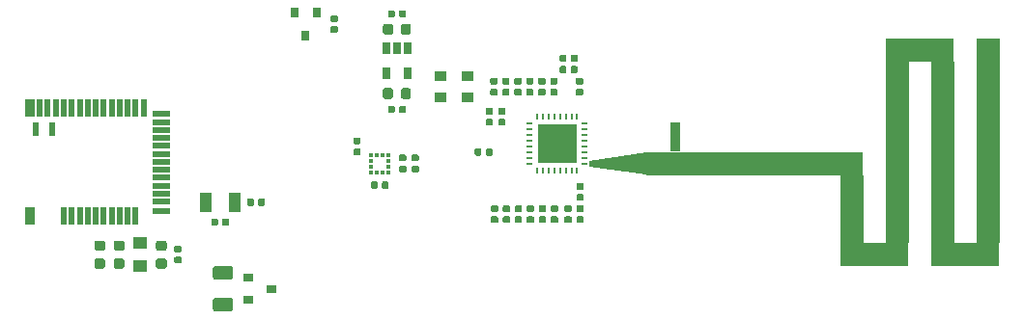
<source format=gtp>
G04 #@! TF.GenerationSoftware,KiCad,Pcbnew,(5.1.4)-1*
G04 #@! TF.CreationDate,2019-11-11T11:41:27+05:30*
G04 #@! TF.ProjectId,senseEle_PCB_Antenna_rev1,73656e73-6545-46c6-955f-5043425f416e,rev?*
G04 #@! TF.SameCoordinates,Original*
G04 #@! TF.FileFunction,Paste,Top*
G04 #@! TF.FilePolarity,Positive*
%FSLAX46Y46*%
G04 Gerber Fmt 4.6, Leading zero omitted, Abs format (unit mm)*
G04 Created by KiCad (PCBNEW (5.1.4)-1) date 2019-11-11 11:41:27*
%MOMM*%
%LPD*%
G04 APERTURE LIST*
%ADD10C,0.100000*%
%ADD11C,0.590000*%
%ADD12R,1.000000X1.800000*%
%ADD13R,1.000000X0.900000*%
%ADD14R,0.800000X0.900000*%
%ADD15R,3.450000X3.450000*%
%ADD16R,0.250000X0.600000*%
%ADD17R,0.600000X0.250000*%
%ADD18R,1.600000X0.500000*%
%ADD19R,0.500000X1.600000*%
%ADD20R,0.900000X1.600000*%
%ADD21R,0.500000X1.200000*%
%ADD22R,0.900000X0.800000*%
%ADD23R,1.250000X1.000000*%
%ADD24C,0.875000*%
%ADD25C,1.250000*%
%ADD26R,0.650000X1.060000*%
%ADD27R,0.375000X0.350000*%
%ADD28R,0.350000X0.375000*%
%ADD29C,1.236192*%
%ADD30R,19.000000X2.000000*%
%ADD31R,4.000000X2.000000*%
%ADD32R,2.000000X8.000000*%
%ADD33R,2.000000X18.000000*%
%ADD34R,0.850000X2.600000*%
G04 APERTURE END LIST*
D10*
G36*
X51686958Y-17470710D02*
G01*
X51701276Y-17472834D01*
X51715317Y-17476351D01*
X51728946Y-17481228D01*
X51742031Y-17487417D01*
X51754447Y-17494858D01*
X51766073Y-17503481D01*
X51776798Y-17513202D01*
X51786519Y-17523927D01*
X51795142Y-17535553D01*
X51802583Y-17547969D01*
X51808772Y-17561054D01*
X51813649Y-17574683D01*
X51817166Y-17588724D01*
X51819290Y-17603042D01*
X51820000Y-17617500D01*
X51820000Y-17912500D01*
X51819290Y-17926958D01*
X51817166Y-17941276D01*
X51813649Y-17955317D01*
X51808772Y-17968946D01*
X51802583Y-17982031D01*
X51795142Y-17994447D01*
X51786519Y-18006073D01*
X51776798Y-18016798D01*
X51766073Y-18026519D01*
X51754447Y-18035142D01*
X51742031Y-18042583D01*
X51728946Y-18048772D01*
X51715317Y-18053649D01*
X51701276Y-18057166D01*
X51686958Y-18059290D01*
X51672500Y-18060000D01*
X51327500Y-18060000D01*
X51313042Y-18059290D01*
X51298724Y-18057166D01*
X51284683Y-18053649D01*
X51271054Y-18048772D01*
X51257969Y-18042583D01*
X51245553Y-18035142D01*
X51233927Y-18026519D01*
X51223202Y-18016798D01*
X51213481Y-18006073D01*
X51204858Y-17994447D01*
X51197417Y-17982031D01*
X51191228Y-17968946D01*
X51186351Y-17955317D01*
X51182834Y-17941276D01*
X51180710Y-17926958D01*
X51180000Y-17912500D01*
X51180000Y-17617500D01*
X51180710Y-17603042D01*
X51182834Y-17588724D01*
X51186351Y-17574683D01*
X51191228Y-17561054D01*
X51197417Y-17547969D01*
X51204858Y-17535553D01*
X51213481Y-17523927D01*
X51223202Y-17513202D01*
X51233927Y-17503481D01*
X51245553Y-17494858D01*
X51257969Y-17487417D01*
X51271054Y-17481228D01*
X51284683Y-17476351D01*
X51298724Y-17472834D01*
X51313042Y-17470710D01*
X51327500Y-17470000D01*
X51672500Y-17470000D01*
X51686958Y-17470710D01*
X51686958Y-17470710D01*
G37*
D11*
X51500000Y-17765000D03*
D10*
G36*
X51686958Y-18440710D02*
G01*
X51701276Y-18442834D01*
X51715317Y-18446351D01*
X51728946Y-18451228D01*
X51742031Y-18457417D01*
X51754447Y-18464858D01*
X51766073Y-18473481D01*
X51776798Y-18483202D01*
X51786519Y-18493927D01*
X51795142Y-18505553D01*
X51802583Y-18517969D01*
X51808772Y-18531054D01*
X51813649Y-18544683D01*
X51817166Y-18558724D01*
X51819290Y-18573042D01*
X51820000Y-18587500D01*
X51820000Y-18882500D01*
X51819290Y-18896958D01*
X51817166Y-18911276D01*
X51813649Y-18925317D01*
X51808772Y-18938946D01*
X51802583Y-18952031D01*
X51795142Y-18964447D01*
X51786519Y-18976073D01*
X51776798Y-18986798D01*
X51766073Y-18996519D01*
X51754447Y-19005142D01*
X51742031Y-19012583D01*
X51728946Y-19018772D01*
X51715317Y-19023649D01*
X51701276Y-19027166D01*
X51686958Y-19029290D01*
X51672500Y-19030000D01*
X51327500Y-19030000D01*
X51313042Y-19029290D01*
X51298724Y-19027166D01*
X51284683Y-19023649D01*
X51271054Y-19018772D01*
X51257969Y-19012583D01*
X51245553Y-19005142D01*
X51233927Y-18996519D01*
X51223202Y-18986798D01*
X51213481Y-18976073D01*
X51204858Y-18964447D01*
X51197417Y-18952031D01*
X51191228Y-18938946D01*
X51186351Y-18925317D01*
X51182834Y-18911276D01*
X51180710Y-18896958D01*
X51180000Y-18882500D01*
X51180000Y-18587500D01*
X51180710Y-18573042D01*
X51182834Y-18558724D01*
X51186351Y-18544683D01*
X51191228Y-18531054D01*
X51197417Y-18517969D01*
X51204858Y-18505553D01*
X51213481Y-18493927D01*
X51223202Y-18483202D01*
X51233927Y-18473481D01*
X51245553Y-18464858D01*
X51257969Y-18457417D01*
X51271054Y-18451228D01*
X51284683Y-18446351D01*
X51298724Y-18442834D01*
X51313042Y-18440710D01*
X51327500Y-18440000D01*
X51672500Y-18440000D01*
X51686958Y-18440710D01*
X51686958Y-18440710D01*
G37*
D11*
X51500000Y-18735000D03*
D10*
G36*
X55886958Y-17470710D02*
G01*
X55901276Y-17472834D01*
X55915317Y-17476351D01*
X55928946Y-17481228D01*
X55942031Y-17487417D01*
X55954447Y-17494858D01*
X55966073Y-17503481D01*
X55976798Y-17513202D01*
X55986519Y-17523927D01*
X55995142Y-17535553D01*
X56002583Y-17547969D01*
X56008772Y-17561054D01*
X56013649Y-17574683D01*
X56017166Y-17588724D01*
X56019290Y-17603042D01*
X56020000Y-17617500D01*
X56020000Y-17912500D01*
X56019290Y-17926958D01*
X56017166Y-17941276D01*
X56013649Y-17955317D01*
X56008772Y-17968946D01*
X56002583Y-17982031D01*
X55995142Y-17994447D01*
X55986519Y-18006073D01*
X55976798Y-18016798D01*
X55966073Y-18026519D01*
X55954447Y-18035142D01*
X55942031Y-18042583D01*
X55928946Y-18048772D01*
X55915317Y-18053649D01*
X55901276Y-18057166D01*
X55886958Y-18059290D01*
X55872500Y-18060000D01*
X55527500Y-18060000D01*
X55513042Y-18059290D01*
X55498724Y-18057166D01*
X55484683Y-18053649D01*
X55471054Y-18048772D01*
X55457969Y-18042583D01*
X55445553Y-18035142D01*
X55433927Y-18026519D01*
X55423202Y-18016798D01*
X55413481Y-18006073D01*
X55404858Y-17994447D01*
X55397417Y-17982031D01*
X55391228Y-17968946D01*
X55386351Y-17955317D01*
X55382834Y-17941276D01*
X55380710Y-17926958D01*
X55380000Y-17912500D01*
X55380000Y-17617500D01*
X55380710Y-17603042D01*
X55382834Y-17588724D01*
X55386351Y-17574683D01*
X55391228Y-17561054D01*
X55397417Y-17547969D01*
X55404858Y-17535553D01*
X55413481Y-17523927D01*
X55423202Y-17513202D01*
X55433927Y-17503481D01*
X55445553Y-17494858D01*
X55457969Y-17487417D01*
X55471054Y-17481228D01*
X55484683Y-17476351D01*
X55498724Y-17472834D01*
X55513042Y-17470710D01*
X55527500Y-17470000D01*
X55872500Y-17470000D01*
X55886958Y-17470710D01*
X55886958Y-17470710D01*
G37*
D11*
X55700000Y-17765000D03*
D10*
G36*
X55886958Y-18440710D02*
G01*
X55901276Y-18442834D01*
X55915317Y-18446351D01*
X55928946Y-18451228D01*
X55942031Y-18457417D01*
X55954447Y-18464858D01*
X55966073Y-18473481D01*
X55976798Y-18483202D01*
X55986519Y-18493927D01*
X55995142Y-18505553D01*
X56002583Y-18517969D01*
X56008772Y-18531054D01*
X56013649Y-18544683D01*
X56017166Y-18558724D01*
X56019290Y-18573042D01*
X56020000Y-18587500D01*
X56020000Y-18882500D01*
X56019290Y-18896958D01*
X56017166Y-18911276D01*
X56013649Y-18925317D01*
X56008772Y-18938946D01*
X56002583Y-18952031D01*
X55995142Y-18964447D01*
X55986519Y-18976073D01*
X55976798Y-18986798D01*
X55966073Y-18996519D01*
X55954447Y-19005142D01*
X55942031Y-19012583D01*
X55928946Y-19018772D01*
X55915317Y-19023649D01*
X55901276Y-19027166D01*
X55886958Y-19029290D01*
X55872500Y-19030000D01*
X55527500Y-19030000D01*
X55513042Y-19029290D01*
X55498724Y-19027166D01*
X55484683Y-19023649D01*
X55471054Y-19018772D01*
X55457969Y-19012583D01*
X55445553Y-19005142D01*
X55433927Y-18996519D01*
X55423202Y-18986798D01*
X55413481Y-18976073D01*
X55404858Y-18964447D01*
X55397417Y-18952031D01*
X55391228Y-18938946D01*
X55386351Y-18925317D01*
X55382834Y-18911276D01*
X55380710Y-18896958D01*
X55380000Y-18882500D01*
X55380000Y-18587500D01*
X55380710Y-18573042D01*
X55382834Y-18558724D01*
X55386351Y-18544683D01*
X55391228Y-18531054D01*
X55397417Y-18517969D01*
X55404858Y-18505553D01*
X55413481Y-18493927D01*
X55423202Y-18483202D01*
X55433927Y-18473481D01*
X55445553Y-18464858D01*
X55457969Y-18457417D01*
X55471054Y-18451228D01*
X55484683Y-18446351D01*
X55498724Y-18442834D01*
X55513042Y-18440710D01*
X55527500Y-18440000D01*
X55872500Y-18440000D01*
X55886958Y-18440710D01*
X55886958Y-18440710D01*
G37*
D11*
X55700000Y-18735000D03*
D10*
G36*
X54836958Y-17470710D02*
G01*
X54851276Y-17472834D01*
X54865317Y-17476351D01*
X54878946Y-17481228D01*
X54892031Y-17487417D01*
X54904447Y-17494858D01*
X54916073Y-17503481D01*
X54926798Y-17513202D01*
X54936519Y-17523927D01*
X54945142Y-17535553D01*
X54952583Y-17547969D01*
X54958772Y-17561054D01*
X54963649Y-17574683D01*
X54967166Y-17588724D01*
X54969290Y-17603042D01*
X54970000Y-17617500D01*
X54970000Y-17912500D01*
X54969290Y-17926958D01*
X54967166Y-17941276D01*
X54963649Y-17955317D01*
X54958772Y-17968946D01*
X54952583Y-17982031D01*
X54945142Y-17994447D01*
X54936519Y-18006073D01*
X54926798Y-18016798D01*
X54916073Y-18026519D01*
X54904447Y-18035142D01*
X54892031Y-18042583D01*
X54878946Y-18048772D01*
X54865317Y-18053649D01*
X54851276Y-18057166D01*
X54836958Y-18059290D01*
X54822500Y-18060000D01*
X54477500Y-18060000D01*
X54463042Y-18059290D01*
X54448724Y-18057166D01*
X54434683Y-18053649D01*
X54421054Y-18048772D01*
X54407969Y-18042583D01*
X54395553Y-18035142D01*
X54383927Y-18026519D01*
X54373202Y-18016798D01*
X54363481Y-18006073D01*
X54354858Y-17994447D01*
X54347417Y-17982031D01*
X54341228Y-17968946D01*
X54336351Y-17955317D01*
X54332834Y-17941276D01*
X54330710Y-17926958D01*
X54330000Y-17912500D01*
X54330000Y-17617500D01*
X54330710Y-17603042D01*
X54332834Y-17588724D01*
X54336351Y-17574683D01*
X54341228Y-17561054D01*
X54347417Y-17547969D01*
X54354858Y-17535553D01*
X54363481Y-17523927D01*
X54373202Y-17513202D01*
X54383927Y-17503481D01*
X54395553Y-17494858D01*
X54407969Y-17487417D01*
X54421054Y-17481228D01*
X54434683Y-17476351D01*
X54448724Y-17472834D01*
X54463042Y-17470710D01*
X54477500Y-17470000D01*
X54822500Y-17470000D01*
X54836958Y-17470710D01*
X54836958Y-17470710D01*
G37*
D11*
X54650000Y-17765000D03*
D10*
G36*
X54836958Y-18440710D02*
G01*
X54851276Y-18442834D01*
X54865317Y-18446351D01*
X54878946Y-18451228D01*
X54892031Y-18457417D01*
X54904447Y-18464858D01*
X54916073Y-18473481D01*
X54926798Y-18483202D01*
X54936519Y-18493927D01*
X54945142Y-18505553D01*
X54952583Y-18517969D01*
X54958772Y-18531054D01*
X54963649Y-18544683D01*
X54967166Y-18558724D01*
X54969290Y-18573042D01*
X54970000Y-18587500D01*
X54970000Y-18882500D01*
X54969290Y-18896958D01*
X54967166Y-18911276D01*
X54963649Y-18925317D01*
X54958772Y-18938946D01*
X54952583Y-18952031D01*
X54945142Y-18964447D01*
X54936519Y-18976073D01*
X54926798Y-18986798D01*
X54916073Y-18996519D01*
X54904447Y-19005142D01*
X54892031Y-19012583D01*
X54878946Y-19018772D01*
X54865317Y-19023649D01*
X54851276Y-19027166D01*
X54836958Y-19029290D01*
X54822500Y-19030000D01*
X54477500Y-19030000D01*
X54463042Y-19029290D01*
X54448724Y-19027166D01*
X54434683Y-19023649D01*
X54421054Y-19018772D01*
X54407969Y-19012583D01*
X54395553Y-19005142D01*
X54383927Y-18996519D01*
X54373202Y-18986798D01*
X54363481Y-18976073D01*
X54354858Y-18964447D01*
X54347417Y-18952031D01*
X54341228Y-18938946D01*
X54336351Y-18925317D01*
X54332834Y-18911276D01*
X54330710Y-18896958D01*
X54330000Y-18882500D01*
X54330000Y-18587500D01*
X54330710Y-18573042D01*
X54332834Y-18558724D01*
X54336351Y-18544683D01*
X54341228Y-18531054D01*
X54347417Y-18517969D01*
X54354858Y-18505553D01*
X54363481Y-18493927D01*
X54373202Y-18483202D01*
X54383927Y-18473481D01*
X54395553Y-18464858D01*
X54407969Y-18457417D01*
X54421054Y-18451228D01*
X54434683Y-18446351D01*
X54448724Y-18442834D01*
X54463042Y-18440710D01*
X54477500Y-18440000D01*
X54822500Y-18440000D01*
X54836958Y-18440710D01*
X54836958Y-18440710D01*
G37*
D11*
X54650000Y-18735000D03*
D10*
G36*
X52736958Y-17470710D02*
G01*
X52751276Y-17472834D01*
X52765317Y-17476351D01*
X52778946Y-17481228D01*
X52792031Y-17487417D01*
X52804447Y-17494858D01*
X52816073Y-17503481D01*
X52826798Y-17513202D01*
X52836519Y-17523927D01*
X52845142Y-17535553D01*
X52852583Y-17547969D01*
X52858772Y-17561054D01*
X52863649Y-17574683D01*
X52867166Y-17588724D01*
X52869290Y-17603042D01*
X52870000Y-17617500D01*
X52870000Y-17912500D01*
X52869290Y-17926958D01*
X52867166Y-17941276D01*
X52863649Y-17955317D01*
X52858772Y-17968946D01*
X52852583Y-17982031D01*
X52845142Y-17994447D01*
X52836519Y-18006073D01*
X52826798Y-18016798D01*
X52816073Y-18026519D01*
X52804447Y-18035142D01*
X52792031Y-18042583D01*
X52778946Y-18048772D01*
X52765317Y-18053649D01*
X52751276Y-18057166D01*
X52736958Y-18059290D01*
X52722500Y-18060000D01*
X52377500Y-18060000D01*
X52363042Y-18059290D01*
X52348724Y-18057166D01*
X52334683Y-18053649D01*
X52321054Y-18048772D01*
X52307969Y-18042583D01*
X52295553Y-18035142D01*
X52283927Y-18026519D01*
X52273202Y-18016798D01*
X52263481Y-18006073D01*
X52254858Y-17994447D01*
X52247417Y-17982031D01*
X52241228Y-17968946D01*
X52236351Y-17955317D01*
X52232834Y-17941276D01*
X52230710Y-17926958D01*
X52230000Y-17912500D01*
X52230000Y-17617500D01*
X52230710Y-17603042D01*
X52232834Y-17588724D01*
X52236351Y-17574683D01*
X52241228Y-17561054D01*
X52247417Y-17547969D01*
X52254858Y-17535553D01*
X52263481Y-17523927D01*
X52273202Y-17513202D01*
X52283927Y-17503481D01*
X52295553Y-17494858D01*
X52307969Y-17487417D01*
X52321054Y-17481228D01*
X52334683Y-17476351D01*
X52348724Y-17472834D01*
X52363042Y-17470710D01*
X52377500Y-17470000D01*
X52722500Y-17470000D01*
X52736958Y-17470710D01*
X52736958Y-17470710D01*
G37*
D11*
X52550000Y-17765000D03*
D10*
G36*
X52736958Y-18440710D02*
G01*
X52751276Y-18442834D01*
X52765317Y-18446351D01*
X52778946Y-18451228D01*
X52792031Y-18457417D01*
X52804447Y-18464858D01*
X52816073Y-18473481D01*
X52826798Y-18483202D01*
X52836519Y-18493927D01*
X52845142Y-18505553D01*
X52852583Y-18517969D01*
X52858772Y-18531054D01*
X52863649Y-18544683D01*
X52867166Y-18558724D01*
X52869290Y-18573042D01*
X52870000Y-18587500D01*
X52870000Y-18882500D01*
X52869290Y-18896958D01*
X52867166Y-18911276D01*
X52863649Y-18925317D01*
X52858772Y-18938946D01*
X52852583Y-18952031D01*
X52845142Y-18964447D01*
X52836519Y-18976073D01*
X52826798Y-18986798D01*
X52816073Y-18996519D01*
X52804447Y-19005142D01*
X52792031Y-19012583D01*
X52778946Y-19018772D01*
X52765317Y-19023649D01*
X52751276Y-19027166D01*
X52736958Y-19029290D01*
X52722500Y-19030000D01*
X52377500Y-19030000D01*
X52363042Y-19029290D01*
X52348724Y-19027166D01*
X52334683Y-19023649D01*
X52321054Y-19018772D01*
X52307969Y-19012583D01*
X52295553Y-19005142D01*
X52283927Y-18996519D01*
X52273202Y-18986798D01*
X52263481Y-18976073D01*
X52254858Y-18964447D01*
X52247417Y-18952031D01*
X52241228Y-18938946D01*
X52236351Y-18925317D01*
X52232834Y-18911276D01*
X52230710Y-18896958D01*
X52230000Y-18882500D01*
X52230000Y-18587500D01*
X52230710Y-18573042D01*
X52232834Y-18558724D01*
X52236351Y-18544683D01*
X52241228Y-18531054D01*
X52247417Y-18517969D01*
X52254858Y-18505553D01*
X52263481Y-18493927D01*
X52273202Y-18483202D01*
X52283927Y-18473481D01*
X52295553Y-18464858D01*
X52307969Y-18457417D01*
X52321054Y-18451228D01*
X52334683Y-18446351D01*
X52348724Y-18442834D01*
X52363042Y-18440710D01*
X52377500Y-18440000D01*
X52722500Y-18440000D01*
X52736958Y-18440710D01*
X52736958Y-18440710D01*
G37*
D11*
X52550000Y-18735000D03*
D10*
G36*
X53786958Y-17470710D02*
G01*
X53801276Y-17472834D01*
X53815317Y-17476351D01*
X53828946Y-17481228D01*
X53842031Y-17487417D01*
X53854447Y-17494858D01*
X53866073Y-17503481D01*
X53876798Y-17513202D01*
X53886519Y-17523927D01*
X53895142Y-17535553D01*
X53902583Y-17547969D01*
X53908772Y-17561054D01*
X53913649Y-17574683D01*
X53917166Y-17588724D01*
X53919290Y-17603042D01*
X53920000Y-17617500D01*
X53920000Y-17912500D01*
X53919290Y-17926958D01*
X53917166Y-17941276D01*
X53913649Y-17955317D01*
X53908772Y-17968946D01*
X53902583Y-17982031D01*
X53895142Y-17994447D01*
X53886519Y-18006073D01*
X53876798Y-18016798D01*
X53866073Y-18026519D01*
X53854447Y-18035142D01*
X53842031Y-18042583D01*
X53828946Y-18048772D01*
X53815317Y-18053649D01*
X53801276Y-18057166D01*
X53786958Y-18059290D01*
X53772500Y-18060000D01*
X53427500Y-18060000D01*
X53413042Y-18059290D01*
X53398724Y-18057166D01*
X53384683Y-18053649D01*
X53371054Y-18048772D01*
X53357969Y-18042583D01*
X53345553Y-18035142D01*
X53333927Y-18026519D01*
X53323202Y-18016798D01*
X53313481Y-18006073D01*
X53304858Y-17994447D01*
X53297417Y-17982031D01*
X53291228Y-17968946D01*
X53286351Y-17955317D01*
X53282834Y-17941276D01*
X53280710Y-17926958D01*
X53280000Y-17912500D01*
X53280000Y-17617500D01*
X53280710Y-17603042D01*
X53282834Y-17588724D01*
X53286351Y-17574683D01*
X53291228Y-17561054D01*
X53297417Y-17547969D01*
X53304858Y-17535553D01*
X53313481Y-17523927D01*
X53323202Y-17513202D01*
X53333927Y-17503481D01*
X53345553Y-17494858D01*
X53357969Y-17487417D01*
X53371054Y-17481228D01*
X53384683Y-17476351D01*
X53398724Y-17472834D01*
X53413042Y-17470710D01*
X53427500Y-17470000D01*
X53772500Y-17470000D01*
X53786958Y-17470710D01*
X53786958Y-17470710D01*
G37*
D11*
X53600000Y-17765000D03*
D10*
G36*
X53786958Y-18440710D02*
G01*
X53801276Y-18442834D01*
X53815317Y-18446351D01*
X53828946Y-18451228D01*
X53842031Y-18457417D01*
X53854447Y-18464858D01*
X53866073Y-18473481D01*
X53876798Y-18483202D01*
X53886519Y-18493927D01*
X53895142Y-18505553D01*
X53902583Y-18517969D01*
X53908772Y-18531054D01*
X53913649Y-18544683D01*
X53917166Y-18558724D01*
X53919290Y-18573042D01*
X53920000Y-18587500D01*
X53920000Y-18882500D01*
X53919290Y-18896958D01*
X53917166Y-18911276D01*
X53913649Y-18925317D01*
X53908772Y-18938946D01*
X53902583Y-18952031D01*
X53895142Y-18964447D01*
X53886519Y-18976073D01*
X53876798Y-18986798D01*
X53866073Y-18996519D01*
X53854447Y-19005142D01*
X53842031Y-19012583D01*
X53828946Y-19018772D01*
X53815317Y-19023649D01*
X53801276Y-19027166D01*
X53786958Y-19029290D01*
X53772500Y-19030000D01*
X53427500Y-19030000D01*
X53413042Y-19029290D01*
X53398724Y-19027166D01*
X53384683Y-19023649D01*
X53371054Y-19018772D01*
X53357969Y-19012583D01*
X53345553Y-19005142D01*
X53333927Y-18996519D01*
X53323202Y-18986798D01*
X53313481Y-18976073D01*
X53304858Y-18964447D01*
X53297417Y-18952031D01*
X53291228Y-18938946D01*
X53286351Y-18925317D01*
X53282834Y-18911276D01*
X53280710Y-18896958D01*
X53280000Y-18882500D01*
X53280000Y-18587500D01*
X53280710Y-18573042D01*
X53282834Y-18558724D01*
X53286351Y-18544683D01*
X53291228Y-18531054D01*
X53297417Y-18517969D01*
X53304858Y-18505553D01*
X53313481Y-18493927D01*
X53323202Y-18483202D01*
X53333927Y-18473481D01*
X53345553Y-18464858D01*
X53357969Y-18457417D01*
X53371054Y-18451228D01*
X53384683Y-18446351D01*
X53398724Y-18442834D01*
X53413042Y-18440710D01*
X53427500Y-18440000D01*
X53772500Y-18440000D01*
X53786958Y-18440710D01*
X53786958Y-18440710D01*
G37*
D11*
X53600000Y-18735000D03*
D12*
X28750000Y-28400000D03*
X26250000Y-28400000D03*
D13*
X46800000Y-17350000D03*
X49200000Y-17350000D03*
X49200000Y-19150000D03*
X46800000Y-19150000D03*
D14*
X35000000Y-13750000D03*
X34050000Y-11750000D03*
X35950000Y-11750000D03*
D15*
X57050000Y-23250000D03*
D16*
X55300000Y-20850000D03*
X55800000Y-20850000D03*
X56300000Y-20850000D03*
X56800000Y-20850000D03*
X57300000Y-20850000D03*
X57800000Y-20850000D03*
X58300000Y-20850000D03*
X58800000Y-20850000D03*
D17*
X59450000Y-21500000D03*
X59450000Y-22000000D03*
X59450000Y-22500000D03*
X59450000Y-23000000D03*
X59450000Y-23500000D03*
X59450000Y-24000000D03*
X59450000Y-24500000D03*
X59450000Y-25000000D03*
D16*
X58800000Y-25650000D03*
X58300000Y-25650000D03*
X57800000Y-25650000D03*
X57300000Y-25650000D03*
X56800000Y-25650000D03*
X56300000Y-25650000D03*
X55800000Y-25650000D03*
X55300000Y-25650000D03*
D17*
X54650000Y-25000000D03*
X54650000Y-24500000D03*
X54650000Y-24000000D03*
X54650000Y-23500000D03*
X54650000Y-23000000D03*
X54650000Y-22500000D03*
X54650000Y-22000000D03*
X54650000Y-21500000D03*
D18*
X22350000Y-29150000D03*
D19*
X13800000Y-29600000D03*
D20*
X10800000Y-29600000D03*
D19*
X14500000Y-29600000D03*
X15200000Y-29600000D03*
X15900000Y-29600000D03*
X16600000Y-29600000D03*
X17300000Y-29600000D03*
X18000000Y-29600000D03*
X18700000Y-29600000D03*
X19400000Y-29600000D03*
X20100000Y-29600000D03*
D18*
X22350000Y-28350000D03*
X22350000Y-27650000D03*
X22350000Y-26950000D03*
X22350000Y-26250000D03*
X22350000Y-25550000D03*
X22350000Y-24850000D03*
X22350000Y-24150000D03*
X22350000Y-23450000D03*
X22350000Y-22750000D03*
X22350000Y-22050000D03*
X22350000Y-21350000D03*
X22350000Y-20650000D03*
D19*
X20800000Y-20100000D03*
X20100000Y-20100000D03*
X19400000Y-20100000D03*
X18700000Y-20100000D03*
X18000000Y-20100000D03*
X17300000Y-20100000D03*
X16600000Y-20100000D03*
X15900000Y-20100000D03*
X15200000Y-20100000D03*
X14500000Y-20100000D03*
X13800000Y-20100000D03*
X13100000Y-20100000D03*
X12400000Y-20100000D03*
X11700000Y-20100000D03*
D20*
X10800000Y-20100000D03*
D21*
X11350000Y-21950000D03*
X12750000Y-21950000D03*
D10*
G36*
X58186958Y-29640710D02*
G01*
X58201276Y-29642834D01*
X58215317Y-29646351D01*
X58228946Y-29651228D01*
X58242031Y-29657417D01*
X58254447Y-29664858D01*
X58266073Y-29673481D01*
X58276798Y-29683202D01*
X58286519Y-29693927D01*
X58295142Y-29705553D01*
X58302583Y-29717969D01*
X58308772Y-29731054D01*
X58313649Y-29744683D01*
X58317166Y-29758724D01*
X58319290Y-29773042D01*
X58320000Y-29787500D01*
X58320000Y-30082500D01*
X58319290Y-30096958D01*
X58317166Y-30111276D01*
X58313649Y-30125317D01*
X58308772Y-30138946D01*
X58302583Y-30152031D01*
X58295142Y-30164447D01*
X58286519Y-30176073D01*
X58276798Y-30186798D01*
X58266073Y-30196519D01*
X58254447Y-30205142D01*
X58242031Y-30212583D01*
X58228946Y-30218772D01*
X58215317Y-30223649D01*
X58201276Y-30227166D01*
X58186958Y-30229290D01*
X58172500Y-30230000D01*
X57827500Y-30230000D01*
X57813042Y-30229290D01*
X57798724Y-30227166D01*
X57784683Y-30223649D01*
X57771054Y-30218772D01*
X57757969Y-30212583D01*
X57745553Y-30205142D01*
X57733927Y-30196519D01*
X57723202Y-30186798D01*
X57713481Y-30176073D01*
X57704858Y-30164447D01*
X57697417Y-30152031D01*
X57691228Y-30138946D01*
X57686351Y-30125317D01*
X57682834Y-30111276D01*
X57680710Y-30096958D01*
X57680000Y-30082500D01*
X57680000Y-29787500D01*
X57680710Y-29773042D01*
X57682834Y-29758724D01*
X57686351Y-29744683D01*
X57691228Y-29731054D01*
X57697417Y-29717969D01*
X57704858Y-29705553D01*
X57713481Y-29693927D01*
X57723202Y-29683202D01*
X57733927Y-29673481D01*
X57745553Y-29664858D01*
X57757969Y-29657417D01*
X57771054Y-29651228D01*
X57784683Y-29646351D01*
X57798724Y-29642834D01*
X57813042Y-29640710D01*
X57827500Y-29640000D01*
X58172500Y-29640000D01*
X58186958Y-29640710D01*
X58186958Y-29640710D01*
G37*
D11*
X58000000Y-29935000D03*
D10*
G36*
X58186958Y-28670710D02*
G01*
X58201276Y-28672834D01*
X58215317Y-28676351D01*
X58228946Y-28681228D01*
X58242031Y-28687417D01*
X58254447Y-28694858D01*
X58266073Y-28703481D01*
X58276798Y-28713202D01*
X58286519Y-28723927D01*
X58295142Y-28735553D01*
X58302583Y-28747969D01*
X58308772Y-28761054D01*
X58313649Y-28774683D01*
X58317166Y-28788724D01*
X58319290Y-28803042D01*
X58320000Y-28817500D01*
X58320000Y-29112500D01*
X58319290Y-29126958D01*
X58317166Y-29141276D01*
X58313649Y-29155317D01*
X58308772Y-29168946D01*
X58302583Y-29182031D01*
X58295142Y-29194447D01*
X58286519Y-29206073D01*
X58276798Y-29216798D01*
X58266073Y-29226519D01*
X58254447Y-29235142D01*
X58242031Y-29242583D01*
X58228946Y-29248772D01*
X58215317Y-29253649D01*
X58201276Y-29257166D01*
X58186958Y-29259290D01*
X58172500Y-29260000D01*
X57827500Y-29260000D01*
X57813042Y-29259290D01*
X57798724Y-29257166D01*
X57784683Y-29253649D01*
X57771054Y-29248772D01*
X57757969Y-29242583D01*
X57745553Y-29235142D01*
X57733927Y-29226519D01*
X57723202Y-29216798D01*
X57713481Y-29206073D01*
X57704858Y-29194447D01*
X57697417Y-29182031D01*
X57691228Y-29168946D01*
X57686351Y-29155317D01*
X57682834Y-29141276D01*
X57680710Y-29126958D01*
X57680000Y-29112500D01*
X57680000Y-28817500D01*
X57680710Y-28803042D01*
X57682834Y-28788724D01*
X57686351Y-28774683D01*
X57691228Y-28761054D01*
X57697417Y-28747969D01*
X57704858Y-28735553D01*
X57713481Y-28723927D01*
X57723202Y-28713202D01*
X57733927Y-28703481D01*
X57745553Y-28694858D01*
X57757969Y-28687417D01*
X57771054Y-28681228D01*
X57784683Y-28676351D01*
X57798724Y-28672834D01*
X57813042Y-28670710D01*
X57827500Y-28670000D01*
X58172500Y-28670000D01*
X58186958Y-28670710D01*
X58186958Y-28670710D01*
G37*
D11*
X58000000Y-28965000D03*
D10*
G36*
X53836958Y-29640710D02*
G01*
X53851276Y-29642834D01*
X53865317Y-29646351D01*
X53878946Y-29651228D01*
X53892031Y-29657417D01*
X53904447Y-29664858D01*
X53916073Y-29673481D01*
X53926798Y-29683202D01*
X53936519Y-29693927D01*
X53945142Y-29705553D01*
X53952583Y-29717969D01*
X53958772Y-29731054D01*
X53963649Y-29744683D01*
X53967166Y-29758724D01*
X53969290Y-29773042D01*
X53970000Y-29787500D01*
X53970000Y-30082500D01*
X53969290Y-30096958D01*
X53967166Y-30111276D01*
X53963649Y-30125317D01*
X53958772Y-30138946D01*
X53952583Y-30152031D01*
X53945142Y-30164447D01*
X53936519Y-30176073D01*
X53926798Y-30186798D01*
X53916073Y-30196519D01*
X53904447Y-30205142D01*
X53892031Y-30212583D01*
X53878946Y-30218772D01*
X53865317Y-30223649D01*
X53851276Y-30227166D01*
X53836958Y-30229290D01*
X53822500Y-30230000D01*
X53477500Y-30230000D01*
X53463042Y-30229290D01*
X53448724Y-30227166D01*
X53434683Y-30223649D01*
X53421054Y-30218772D01*
X53407969Y-30212583D01*
X53395553Y-30205142D01*
X53383927Y-30196519D01*
X53373202Y-30186798D01*
X53363481Y-30176073D01*
X53354858Y-30164447D01*
X53347417Y-30152031D01*
X53341228Y-30138946D01*
X53336351Y-30125317D01*
X53332834Y-30111276D01*
X53330710Y-30096958D01*
X53330000Y-30082500D01*
X53330000Y-29787500D01*
X53330710Y-29773042D01*
X53332834Y-29758724D01*
X53336351Y-29744683D01*
X53341228Y-29731054D01*
X53347417Y-29717969D01*
X53354858Y-29705553D01*
X53363481Y-29693927D01*
X53373202Y-29683202D01*
X53383927Y-29673481D01*
X53395553Y-29664858D01*
X53407969Y-29657417D01*
X53421054Y-29651228D01*
X53434683Y-29646351D01*
X53448724Y-29642834D01*
X53463042Y-29640710D01*
X53477500Y-29640000D01*
X53822500Y-29640000D01*
X53836958Y-29640710D01*
X53836958Y-29640710D01*
G37*
D11*
X53650000Y-29935000D03*
D10*
G36*
X53836958Y-28670710D02*
G01*
X53851276Y-28672834D01*
X53865317Y-28676351D01*
X53878946Y-28681228D01*
X53892031Y-28687417D01*
X53904447Y-28694858D01*
X53916073Y-28703481D01*
X53926798Y-28713202D01*
X53936519Y-28723927D01*
X53945142Y-28735553D01*
X53952583Y-28747969D01*
X53958772Y-28761054D01*
X53963649Y-28774683D01*
X53967166Y-28788724D01*
X53969290Y-28803042D01*
X53970000Y-28817500D01*
X53970000Y-29112500D01*
X53969290Y-29126958D01*
X53967166Y-29141276D01*
X53963649Y-29155317D01*
X53958772Y-29168946D01*
X53952583Y-29182031D01*
X53945142Y-29194447D01*
X53936519Y-29206073D01*
X53926798Y-29216798D01*
X53916073Y-29226519D01*
X53904447Y-29235142D01*
X53892031Y-29242583D01*
X53878946Y-29248772D01*
X53865317Y-29253649D01*
X53851276Y-29257166D01*
X53836958Y-29259290D01*
X53822500Y-29260000D01*
X53477500Y-29260000D01*
X53463042Y-29259290D01*
X53448724Y-29257166D01*
X53434683Y-29253649D01*
X53421054Y-29248772D01*
X53407969Y-29242583D01*
X53395553Y-29235142D01*
X53383927Y-29226519D01*
X53373202Y-29216798D01*
X53363481Y-29206073D01*
X53354858Y-29194447D01*
X53347417Y-29182031D01*
X53341228Y-29168946D01*
X53336351Y-29155317D01*
X53332834Y-29141276D01*
X53330710Y-29126958D01*
X53330000Y-29112500D01*
X53330000Y-28817500D01*
X53330710Y-28803042D01*
X53332834Y-28788724D01*
X53336351Y-28774683D01*
X53341228Y-28761054D01*
X53347417Y-28747969D01*
X53354858Y-28735553D01*
X53363481Y-28723927D01*
X53373202Y-28713202D01*
X53383927Y-28703481D01*
X53395553Y-28694858D01*
X53407969Y-28687417D01*
X53421054Y-28681228D01*
X53434683Y-28676351D01*
X53448724Y-28672834D01*
X53463042Y-28670710D01*
X53477500Y-28670000D01*
X53822500Y-28670000D01*
X53836958Y-28670710D01*
X53836958Y-28670710D01*
G37*
D11*
X53650000Y-28965000D03*
D10*
G36*
X41176958Y-26580710D02*
G01*
X41191276Y-26582834D01*
X41205317Y-26586351D01*
X41218946Y-26591228D01*
X41232031Y-26597417D01*
X41244447Y-26604858D01*
X41256073Y-26613481D01*
X41266798Y-26623202D01*
X41276519Y-26633927D01*
X41285142Y-26645553D01*
X41292583Y-26657969D01*
X41298772Y-26671054D01*
X41303649Y-26684683D01*
X41307166Y-26698724D01*
X41309290Y-26713042D01*
X41310000Y-26727500D01*
X41310000Y-27072500D01*
X41309290Y-27086958D01*
X41307166Y-27101276D01*
X41303649Y-27115317D01*
X41298772Y-27128946D01*
X41292583Y-27142031D01*
X41285142Y-27154447D01*
X41276519Y-27166073D01*
X41266798Y-27176798D01*
X41256073Y-27186519D01*
X41244447Y-27195142D01*
X41232031Y-27202583D01*
X41218946Y-27208772D01*
X41205317Y-27213649D01*
X41191276Y-27217166D01*
X41176958Y-27219290D01*
X41162500Y-27220000D01*
X40867500Y-27220000D01*
X40853042Y-27219290D01*
X40838724Y-27217166D01*
X40824683Y-27213649D01*
X40811054Y-27208772D01*
X40797969Y-27202583D01*
X40785553Y-27195142D01*
X40773927Y-27186519D01*
X40763202Y-27176798D01*
X40753481Y-27166073D01*
X40744858Y-27154447D01*
X40737417Y-27142031D01*
X40731228Y-27128946D01*
X40726351Y-27115317D01*
X40722834Y-27101276D01*
X40720710Y-27086958D01*
X40720000Y-27072500D01*
X40720000Y-26727500D01*
X40720710Y-26713042D01*
X40722834Y-26698724D01*
X40726351Y-26684683D01*
X40731228Y-26671054D01*
X40737417Y-26657969D01*
X40744858Y-26645553D01*
X40753481Y-26633927D01*
X40763202Y-26623202D01*
X40773927Y-26613481D01*
X40785553Y-26604858D01*
X40797969Y-26597417D01*
X40811054Y-26591228D01*
X40824683Y-26586351D01*
X40838724Y-26582834D01*
X40853042Y-26580710D01*
X40867500Y-26580000D01*
X41162500Y-26580000D01*
X41176958Y-26580710D01*
X41176958Y-26580710D01*
G37*
D11*
X41015000Y-26900000D03*
D10*
G36*
X42146958Y-26580710D02*
G01*
X42161276Y-26582834D01*
X42175317Y-26586351D01*
X42188946Y-26591228D01*
X42202031Y-26597417D01*
X42214447Y-26604858D01*
X42226073Y-26613481D01*
X42236798Y-26623202D01*
X42246519Y-26633927D01*
X42255142Y-26645553D01*
X42262583Y-26657969D01*
X42268772Y-26671054D01*
X42273649Y-26684683D01*
X42277166Y-26698724D01*
X42279290Y-26713042D01*
X42280000Y-26727500D01*
X42280000Y-27072500D01*
X42279290Y-27086958D01*
X42277166Y-27101276D01*
X42273649Y-27115317D01*
X42268772Y-27128946D01*
X42262583Y-27142031D01*
X42255142Y-27154447D01*
X42246519Y-27166073D01*
X42236798Y-27176798D01*
X42226073Y-27186519D01*
X42214447Y-27195142D01*
X42202031Y-27202583D01*
X42188946Y-27208772D01*
X42175317Y-27213649D01*
X42161276Y-27217166D01*
X42146958Y-27219290D01*
X42132500Y-27220000D01*
X41837500Y-27220000D01*
X41823042Y-27219290D01*
X41808724Y-27217166D01*
X41794683Y-27213649D01*
X41781054Y-27208772D01*
X41767969Y-27202583D01*
X41755553Y-27195142D01*
X41743927Y-27186519D01*
X41733202Y-27176798D01*
X41723481Y-27166073D01*
X41714858Y-27154447D01*
X41707417Y-27142031D01*
X41701228Y-27128946D01*
X41696351Y-27115317D01*
X41692834Y-27101276D01*
X41690710Y-27086958D01*
X41690000Y-27072500D01*
X41690000Y-26727500D01*
X41690710Y-26713042D01*
X41692834Y-26698724D01*
X41696351Y-26684683D01*
X41701228Y-26671054D01*
X41707417Y-26657969D01*
X41714858Y-26645553D01*
X41723481Y-26633927D01*
X41733202Y-26623202D01*
X41743927Y-26613481D01*
X41755553Y-26604858D01*
X41767969Y-26597417D01*
X41781054Y-26591228D01*
X41794683Y-26586351D01*
X41808724Y-26582834D01*
X41823042Y-26580710D01*
X41837500Y-26580000D01*
X42132500Y-26580000D01*
X42146958Y-26580710D01*
X42146958Y-26580710D01*
G37*
D11*
X41985000Y-26900000D03*
D10*
G36*
X39686958Y-23690710D02*
G01*
X39701276Y-23692834D01*
X39715317Y-23696351D01*
X39728946Y-23701228D01*
X39742031Y-23707417D01*
X39754447Y-23714858D01*
X39766073Y-23723481D01*
X39776798Y-23733202D01*
X39786519Y-23743927D01*
X39795142Y-23755553D01*
X39802583Y-23767969D01*
X39808772Y-23781054D01*
X39813649Y-23794683D01*
X39817166Y-23808724D01*
X39819290Y-23823042D01*
X39820000Y-23837500D01*
X39820000Y-24132500D01*
X39819290Y-24146958D01*
X39817166Y-24161276D01*
X39813649Y-24175317D01*
X39808772Y-24188946D01*
X39802583Y-24202031D01*
X39795142Y-24214447D01*
X39786519Y-24226073D01*
X39776798Y-24236798D01*
X39766073Y-24246519D01*
X39754447Y-24255142D01*
X39742031Y-24262583D01*
X39728946Y-24268772D01*
X39715317Y-24273649D01*
X39701276Y-24277166D01*
X39686958Y-24279290D01*
X39672500Y-24280000D01*
X39327500Y-24280000D01*
X39313042Y-24279290D01*
X39298724Y-24277166D01*
X39284683Y-24273649D01*
X39271054Y-24268772D01*
X39257969Y-24262583D01*
X39245553Y-24255142D01*
X39233927Y-24246519D01*
X39223202Y-24236798D01*
X39213481Y-24226073D01*
X39204858Y-24214447D01*
X39197417Y-24202031D01*
X39191228Y-24188946D01*
X39186351Y-24175317D01*
X39182834Y-24161276D01*
X39180710Y-24146958D01*
X39180000Y-24132500D01*
X39180000Y-23837500D01*
X39180710Y-23823042D01*
X39182834Y-23808724D01*
X39186351Y-23794683D01*
X39191228Y-23781054D01*
X39197417Y-23767969D01*
X39204858Y-23755553D01*
X39213481Y-23743927D01*
X39223202Y-23733202D01*
X39233927Y-23723481D01*
X39245553Y-23714858D01*
X39257969Y-23707417D01*
X39271054Y-23701228D01*
X39284683Y-23696351D01*
X39298724Y-23692834D01*
X39313042Y-23690710D01*
X39327500Y-23690000D01*
X39672500Y-23690000D01*
X39686958Y-23690710D01*
X39686958Y-23690710D01*
G37*
D11*
X39500000Y-23985000D03*
D10*
G36*
X39686958Y-22720710D02*
G01*
X39701276Y-22722834D01*
X39715317Y-22726351D01*
X39728946Y-22731228D01*
X39742031Y-22737417D01*
X39754447Y-22744858D01*
X39766073Y-22753481D01*
X39776798Y-22763202D01*
X39786519Y-22773927D01*
X39795142Y-22785553D01*
X39802583Y-22797969D01*
X39808772Y-22811054D01*
X39813649Y-22824683D01*
X39817166Y-22838724D01*
X39819290Y-22853042D01*
X39820000Y-22867500D01*
X39820000Y-23162500D01*
X39819290Y-23176958D01*
X39817166Y-23191276D01*
X39813649Y-23205317D01*
X39808772Y-23218946D01*
X39802583Y-23232031D01*
X39795142Y-23244447D01*
X39786519Y-23256073D01*
X39776798Y-23266798D01*
X39766073Y-23276519D01*
X39754447Y-23285142D01*
X39742031Y-23292583D01*
X39728946Y-23298772D01*
X39715317Y-23303649D01*
X39701276Y-23307166D01*
X39686958Y-23309290D01*
X39672500Y-23310000D01*
X39327500Y-23310000D01*
X39313042Y-23309290D01*
X39298724Y-23307166D01*
X39284683Y-23303649D01*
X39271054Y-23298772D01*
X39257969Y-23292583D01*
X39245553Y-23285142D01*
X39233927Y-23276519D01*
X39223202Y-23266798D01*
X39213481Y-23256073D01*
X39204858Y-23244447D01*
X39197417Y-23232031D01*
X39191228Y-23218946D01*
X39186351Y-23205317D01*
X39182834Y-23191276D01*
X39180710Y-23176958D01*
X39180000Y-23162500D01*
X39180000Y-22867500D01*
X39180710Y-22853042D01*
X39182834Y-22838724D01*
X39186351Y-22824683D01*
X39191228Y-22811054D01*
X39197417Y-22797969D01*
X39204858Y-22785553D01*
X39213481Y-22773927D01*
X39223202Y-22763202D01*
X39233927Y-22753481D01*
X39245553Y-22744858D01*
X39257969Y-22737417D01*
X39271054Y-22731228D01*
X39284683Y-22726351D01*
X39298724Y-22722834D01*
X39313042Y-22720710D01*
X39327500Y-22720000D01*
X39672500Y-22720000D01*
X39686958Y-22720710D01*
X39686958Y-22720710D01*
G37*
D11*
X39500000Y-23015000D03*
D22*
X32000000Y-36000000D03*
X30000000Y-36950000D03*
X30000000Y-35050000D03*
D23*
X20500000Y-32000000D03*
X20500000Y-34000000D03*
D10*
G36*
X18927691Y-33351053D02*
G01*
X18948926Y-33354203D01*
X18969750Y-33359419D01*
X18989962Y-33366651D01*
X19009368Y-33375830D01*
X19027781Y-33386866D01*
X19045024Y-33399654D01*
X19060930Y-33414070D01*
X19075346Y-33429976D01*
X19088134Y-33447219D01*
X19099170Y-33465632D01*
X19108349Y-33485038D01*
X19115581Y-33505250D01*
X19120797Y-33526074D01*
X19123947Y-33547309D01*
X19125000Y-33568750D01*
X19125000Y-34006250D01*
X19123947Y-34027691D01*
X19120797Y-34048926D01*
X19115581Y-34069750D01*
X19108349Y-34089962D01*
X19099170Y-34109368D01*
X19088134Y-34127781D01*
X19075346Y-34145024D01*
X19060930Y-34160930D01*
X19045024Y-34175346D01*
X19027781Y-34188134D01*
X19009368Y-34199170D01*
X18989962Y-34208349D01*
X18969750Y-34215581D01*
X18948926Y-34220797D01*
X18927691Y-34223947D01*
X18906250Y-34225000D01*
X18393750Y-34225000D01*
X18372309Y-34223947D01*
X18351074Y-34220797D01*
X18330250Y-34215581D01*
X18310038Y-34208349D01*
X18290632Y-34199170D01*
X18272219Y-34188134D01*
X18254976Y-34175346D01*
X18239070Y-34160930D01*
X18224654Y-34145024D01*
X18211866Y-34127781D01*
X18200830Y-34109368D01*
X18191651Y-34089962D01*
X18184419Y-34069750D01*
X18179203Y-34048926D01*
X18176053Y-34027691D01*
X18175000Y-34006250D01*
X18175000Y-33568750D01*
X18176053Y-33547309D01*
X18179203Y-33526074D01*
X18184419Y-33505250D01*
X18191651Y-33485038D01*
X18200830Y-33465632D01*
X18211866Y-33447219D01*
X18224654Y-33429976D01*
X18239070Y-33414070D01*
X18254976Y-33399654D01*
X18272219Y-33386866D01*
X18290632Y-33375830D01*
X18310038Y-33366651D01*
X18330250Y-33359419D01*
X18351074Y-33354203D01*
X18372309Y-33351053D01*
X18393750Y-33350000D01*
X18906250Y-33350000D01*
X18927691Y-33351053D01*
X18927691Y-33351053D01*
G37*
D24*
X18650000Y-33787500D03*
D10*
G36*
X18927691Y-31776053D02*
G01*
X18948926Y-31779203D01*
X18969750Y-31784419D01*
X18989962Y-31791651D01*
X19009368Y-31800830D01*
X19027781Y-31811866D01*
X19045024Y-31824654D01*
X19060930Y-31839070D01*
X19075346Y-31854976D01*
X19088134Y-31872219D01*
X19099170Y-31890632D01*
X19108349Y-31910038D01*
X19115581Y-31930250D01*
X19120797Y-31951074D01*
X19123947Y-31972309D01*
X19125000Y-31993750D01*
X19125000Y-32431250D01*
X19123947Y-32452691D01*
X19120797Y-32473926D01*
X19115581Y-32494750D01*
X19108349Y-32514962D01*
X19099170Y-32534368D01*
X19088134Y-32552781D01*
X19075346Y-32570024D01*
X19060930Y-32585930D01*
X19045024Y-32600346D01*
X19027781Y-32613134D01*
X19009368Y-32624170D01*
X18989962Y-32633349D01*
X18969750Y-32640581D01*
X18948926Y-32645797D01*
X18927691Y-32648947D01*
X18906250Y-32650000D01*
X18393750Y-32650000D01*
X18372309Y-32648947D01*
X18351074Y-32645797D01*
X18330250Y-32640581D01*
X18310038Y-32633349D01*
X18290632Y-32624170D01*
X18272219Y-32613134D01*
X18254976Y-32600346D01*
X18239070Y-32585930D01*
X18224654Y-32570024D01*
X18211866Y-32552781D01*
X18200830Y-32534368D01*
X18191651Y-32514962D01*
X18184419Y-32494750D01*
X18179203Y-32473926D01*
X18176053Y-32452691D01*
X18175000Y-32431250D01*
X18175000Y-31993750D01*
X18176053Y-31972309D01*
X18179203Y-31951074D01*
X18184419Y-31930250D01*
X18191651Y-31910038D01*
X18200830Y-31890632D01*
X18211866Y-31872219D01*
X18224654Y-31854976D01*
X18239070Y-31839070D01*
X18254976Y-31824654D01*
X18272219Y-31811866D01*
X18290632Y-31800830D01*
X18310038Y-31791651D01*
X18330250Y-31784419D01*
X18351074Y-31779203D01*
X18372309Y-31776053D01*
X18393750Y-31775000D01*
X18906250Y-31775000D01*
X18927691Y-31776053D01*
X18927691Y-31776053D01*
G37*
D24*
X18650000Y-32212500D03*
D10*
G36*
X55936958Y-28670710D02*
G01*
X55951276Y-28672834D01*
X55965317Y-28676351D01*
X55978946Y-28681228D01*
X55992031Y-28687417D01*
X56004447Y-28694858D01*
X56016073Y-28703481D01*
X56026798Y-28713202D01*
X56036519Y-28723927D01*
X56045142Y-28735553D01*
X56052583Y-28747969D01*
X56058772Y-28761054D01*
X56063649Y-28774683D01*
X56067166Y-28788724D01*
X56069290Y-28803042D01*
X56070000Y-28817500D01*
X56070000Y-29112500D01*
X56069290Y-29126958D01*
X56067166Y-29141276D01*
X56063649Y-29155317D01*
X56058772Y-29168946D01*
X56052583Y-29182031D01*
X56045142Y-29194447D01*
X56036519Y-29206073D01*
X56026798Y-29216798D01*
X56016073Y-29226519D01*
X56004447Y-29235142D01*
X55992031Y-29242583D01*
X55978946Y-29248772D01*
X55965317Y-29253649D01*
X55951276Y-29257166D01*
X55936958Y-29259290D01*
X55922500Y-29260000D01*
X55577500Y-29260000D01*
X55563042Y-29259290D01*
X55548724Y-29257166D01*
X55534683Y-29253649D01*
X55521054Y-29248772D01*
X55507969Y-29242583D01*
X55495553Y-29235142D01*
X55483927Y-29226519D01*
X55473202Y-29216798D01*
X55463481Y-29206073D01*
X55454858Y-29194447D01*
X55447417Y-29182031D01*
X55441228Y-29168946D01*
X55436351Y-29155317D01*
X55432834Y-29141276D01*
X55430710Y-29126958D01*
X55430000Y-29112500D01*
X55430000Y-28817500D01*
X55430710Y-28803042D01*
X55432834Y-28788724D01*
X55436351Y-28774683D01*
X55441228Y-28761054D01*
X55447417Y-28747969D01*
X55454858Y-28735553D01*
X55463481Y-28723927D01*
X55473202Y-28713202D01*
X55483927Y-28703481D01*
X55495553Y-28694858D01*
X55507969Y-28687417D01*
X55521054Y-28681228D01*
X55534683Y-28676351D01*
X55548724Y-28672834D01*
X55563042Y-28670710D01*
X55577500Y-28670000D01*
X55922500Y-28670000D01*
X55936958Y-28670710D01*
X55936958Y-28670710D01*
G37*
D11*
X55750000Y-28965000D03*
D10*
G36*
X55936958Y-29640710D02*
G01*
X55951276Y-29642834D01*
X55965317Y-29646351D01*
X55978946Y-29651228D01*
X55992031Y-29657417D01*
X56004447Y-29664858D01*
X56016073Y-29673481D01*
X56026798Y-29683202D01*
X56036519Y-29693927D01*
X56045142Y-29705553D01*
X56052583Y-29717969D01*
X56058772Y-29731054D01*
X56063649Y-29744683D01*
X56067166Y-29758724D01*
X56069290Y-29773042D01*
X56070000Y-29787500D01*
X56070000Y-30082500D01*
X56069290Y-30096958D01*
X56067166Y-30111276D01*
X56063649Y-30125317D01*
X56058772Y-30138946D01*
X56052583Y-30152031D01*
X56045142Y-30164447D01*
X56036519Y-30176073D01*
X56026798Y-30186798D01*
X56016073Y-30196519D01*
X56004447Y-30205142D01*
X55992031Y-30212583D01*
X55978946Y-30218772D01*
X55965317Y-30223649D01*
X55951276Y-30227166D01*
X55936958Y-30229290D01*
X55922500Y-30230000D01*
X55577500Y-30230000D01*
X55563042Y-30229290D01*
X55548724Y-30227166D01*
X55534683Y-30223649D01*
X55521054Y-30218772D01*
X55507969Y-30212583D01*
X55495553Y-30205142D01*
X55483927Y-30196519D01*
X55473202Y-30186798D01*
X55463481Y-30176073D01*
X55454858Y-30164447D01*
X55447417Y-30152031D01*
X55441228Y-30138946D01*
X55436351Y-30125317D01*
X55432834Y-30111276D01*
X55430710Y-30096958D01*
X55430000Y-30082500D01*
X55430000Y-29787500D01*
X55430710Y-29773042D01*
X55432834Y-29758724D01*
X55436351Y-29744683D01*
X55441228Y-29731054D01*
X55447417Y-29717969D01*
X55454858Y-29705553D01*
X55463481Y-29693927D01*
X55473202Y-29683202D01*
X55483927Y-29673481D01*
X55495553Y-29664858D01*
X55507969Y-29657417D01*
X55521054Y-29651228D01*
X55534683Y-29646351D01*
X55548724Y-29642834D01*
X55563042Y-29640710D01*
X55577500Y-29640000D01*
X55922500Y-29640000D01*
X55936958Y-29640710D01*
X55936958Y-29640710D01*
G37*
D11*
X55750000Y-29935000D03*
D10*
G36*
X59236958Y-28670710D02*
G01*
X59251276Y-28672834D01*
X59265317Y-28676351D01*
X59278946Y-28681228D01*
X59292031Y-28687417D01*
X59304447Y-28694858D01*
X59316073Y-28703481D01*
X59326798Y-28713202D01*
X59336519Y-28723927D01*
X59345142Y-28735553D01*
X59352583Y-28747969D01*
X59358772Y-28761054D01*
X59363649Y-28774683D01*
X59367166Y-28788724D01*
X59369290Y-28803042D01*
X59370000Y-28817500D01*
X59370000Y-29112500D01*
X59369290Y-29126958D01*
X59367166Y-29141276D01*
X59363649Y-29155317D01*
X59358772Y-29168946D01*
X59352583Y-29182031D01*
X59345142Y-29194447D01*
X59336519Y-29206073D01*
X59326798Y-29216798D01*
X59316073Y-29226519D01*
X59304447Y-29235142D01*
X59292031Y-29242583D01*
X59278946Y-29248772D01*
X59265317Y-29253649D01*
X59251276Y-29257166D01*
X59236958Y-29259290D01*
X59222500Y-29260000D01*
X58877500Y-29260000D01*
X58863042Y-29259290D01*
X58848724Y-29257166D01*
X58834683Y-29253649D01*
X58821054Y-29248772D01*
X58807969Y-29242583D01*
X58795553Y-29235142D01*
X58783927Y-29226519D01*
X58773202Y-29216798D01*
X58763481Y-29206073D01*
X58754858Y-29194447D01*
X58747417Y-29182031D01*
X58741228Y-29168946D01*
X58736351Y-29155317D01*
X58732834Y-29141276D01*
X58730710Y-29126958D01*
X58730000Y-29112500D01*
X58730000Y-28817500D01*
X58730710Y-28803042D01*
X58732834Y-28788724D01*
X58736351Y-28774683D01*
X58741228Y-28761054D01*
X58747417Y-28747969D01*
X58754858Y-28735553D01*
X58763481Y-28723927D01*
X58773202Y-28713202D01*
X58783927Y-28703481D01*
X58795553Y-28694858D01*
X58807969Y-28687417D01*
X58821054Y-28681228D01*
X58834683Y-28676351D01*
X58848724Y-28672834D01*
X58863042Y-28670710D01*
X58877500Y-28670000D01*
X59222500Y-28670000D01*
X59236958Y-28670710D01*
X59236958Y-28670710D01*
G37*
D11*
X59050000Y-28965000D03*
D10*
G36*
X59236958Y-29640710D02*
G01*
X59251276Y-29642834D01*
X59265317Y-29646351D01*
X59278946Y-29651228D01*
X59292031Y-29657417D01*
X59304447Y-29664858D01*
X59316073Y-29673481D01*
X59326798Y-29683202D01*
X59336519Y-29693927D01*
X59345142Y-29705553D01*
X59352583Y-29717969D01*
X59358772Y-29731054D01*
X59363649Y-29744683D01*
X59367166Y-29758724D01*
X59369290Y-29773042D01*
X59370000Y-29787500D01*
X59370000Y-30082500D01*
X59369290Y-30096958D01*
X59367166Y-30111276D01*
X59363649Y-30125317D01*
X59358772Y-30138946D01*
X59352583Y-30152031D01*
X59345142Y-30164447D01*
X59336519Y-30176073D01*
X59326798Y-30186798D01*
X59316073Y-30196519D01*
X59304447Y-30205142D01*
X59292031Y-30212583D01*
X59278946Y-30218772D01*
X59265317Y-30223649D01*
X59251276Y-30227166D01*
X59236958Y-30229290D01*
X59222500Y-30230000D01*
X58877500Y-30230000D01*
X58863042Y-30229290D01*
X58848724Y-30227166D01*
X58834683Y-30223649D01*
X58821054Y-30218772D01*
X58807969Y-30212583D01*
X58795553Y-30205142D01*
X58783927Y-30196519D01*
X58773202Y-30186798D01*
X58763481Y-30176073D01*
X58754858Y-30164447D01*
X58747417Y-30152031D01*
X58741228Y-30138946D01*
X58736351Y-30125317D01*
X58732834Y-30111276D01*
X58730710Y-30096958D01*
X58730000Y-30082500D01*
X58730000Y-29787500D01*
X58730710Y-29773042D01*
X58732834Y-29758724D01*
X58736351Y-29744683D01*
X58741228Y-29731054D01*
X58747417Y-29717969D01*
X58754858Y-29705553D01*
X58763481Y-29693927D01*
X58773202Y-29683202D01*
X58783927Y-29673481D01*
X58795553Y-29664858D01*
X58807969Y-29657417D01*
X58821054Y-29651228D01*
X58834683Y-29646351D01*
X58848724Y-29642834D01*
X58863042Y-29640710D01*
X58877500Y-29640000D01*
X59222500Y-29640000D01*
X59236958Y-29640710D01*
X59236958Y-29640710D01*
G37*
D11*
X59050000Y-29935000D03*
D10*
G36*
X58696958Y-16430710D02*
G01*
X58711276Y-16432834D01*
X58725317Y-16436351D01*
X58738946Y-16441228D01*
X58752031Y-16447417D01*
X58764447Y-16454858D01*
X58776073Y-16463481D01*
X58786798Y-16473202D01*
X58796519Y-16483927D01*
X58805142Y-16495553D01*
X58812583Y-16507969D01*
X58818772Y-16521054D01*
X58823649Y-16534683D01*
X58827166Y-16548724D01*
X58829290Y-16563042D01*
X58830000Y-16577500D01*
X58830000Y-16922500D01*
X58829290Y-16936958D01*
X58827166Y-16951276D01*
X58823649Y-16965317D01*
X58818772Y-16978946D01*
X58812583Y-16992031D01*
X58805142Y-17004447D01*
X58796519Y-17016073D01*
X58786798Y-17026798D01*
X58776073Y-17036519D01*
X58764447Y-17045142D01*
X58752031Y-17052583D01*
X58738946Y-17058772D01*
X58725317Y-17063649D01*
X58711276Y-17067166D01*
X58696958Y-17069290D01*
X58682500Y-17070000D01*
X58387500Y-17070000D01*
X58373042Y-17069290D01*
X58358724Y-17067166D01*
X58344683Y-17063649D01*
X58331054Y-17058772D01*
X58317969Y-17052583D01*
X58305553Y-17045142D01*
X58293927Y-17036519D01*
X58283202Y-17026798D01*
X58273481Y-17016073D01*
X58264858Y-17004447D01*
X58257417Y-16992031D01*
X58251228Y-16978946D01*
X58246351Y-16965317D01*
X58242834Y-16951276D01*
X58240710Y-16936958D01*
X58240000Y-16922500D01*
X58240000Y-16577500D01*
X58240710Y-16563042D01*
X58242834Y-16548724D01*
X58246351Y-16534683D01*
X58251228Y-16521054D01*
X58257417Y-16507969D01*
X58264858Y-16495553D01*
X58273481Y-16483927D01*
X58283202Y-16473202D01*
X58293927Y-16463481D01*
X58305553Y-16454858D01*
X58317969Y-16447417D01*
X58331054Y-16441228D01*
X58344683Y-16436351D01*
X58358724Y-16432834D01*
X58373042Y-16430710D01*
X58387500Y-16430000D01*
X58682500Y-16430000D01*
X58696958Y-16430710D01*
X58696958Y-16430710D01*
G37*
D11*
X58535000Y-16750000D03*
D10*
G36*
X57726958Y-16430710D02*
G01*
X57741276Y-16432834D01*
X57755317Y-16436351D01*
X57768946Y-16441228D01*
X57782031Y-16447417D01*
X57794447Y-16454858D01*
X57806073Y-16463481D01*
X57816798Y-16473202D01*
X57826519Y-16483927D01*
X57835142Y-16495553D01*
X57842583Y-16507969D01*
X57848772Y-16521054D01*
X57853649Y-16534683D01*
X57857166Y-16548724D01*
X57859290Y-16563042D01*
X57860000Y-16577500D01*
X57860000Y-16922500D01*
X57859290Y-16936958D01*
X57857166Y-16951276D01*
X57853649Y-16965317D01*
X57848772Y-16978946D01*
X57842583Y-16992031D01*
X57835142Y-17004447D01*
X57826519Y-17016073D01*
X57816798Y-17026798D01*
X57806073Y-17036519D01*
X57794447Y-17045142D01*
X57782031Y-17052583D01*
X57768946Y-17058772D01*
X57755317Y-17063649D01*
X57741276Y-17067166D01*
X57726958Y-17069290D01*
X57712500Y-17070000D01*
X57417500Y-17070000D01*
X57403042Y-17069290D01*
X57388724Y-17067166D01*
X57374683Y-17063649D01*
X57361054Y-17058772D01*
X57347969Y-17052583D01*
X57335553Y-17045142D01*
X57323927Y-17036519D01*
X57313202Y-17026798D01*
X57303481Y-17016073D01*
X57294858Y-17004447D01*
X57287417Y-16992031D01*
X57281228Y-16978946D01*
X57276351Y-16965317D01*
X57272834Y-16951276D01*
X57270710Y-16936958D01*
X57270000Y-16922500D01*
X57270000Y-16577500D01*
X57270710Y-16563042D01*
X57272834Y-16548724D01*
X57276351Y-16534683D01*
X57281228Y-16521054D01*
X57287417Y-16507969D01*
X57294858Y-16495553D01*
X57303481Y-16483927D01*
X57313202Y-16473202D01*
X57323927Y-16463481D01*
X57335553Y-16454858D01*
X57347969Y-16447417D01*
X57361054Y-16441228D01*
X57374683Y-16436351D01*
X57388724Y-16432834D01*
X57403042Y-16430710D01*
X57417500Y-16430000D01*
X57712500Y-16430000D01*
X57726958Y-16430710D01*
X57726958Y-16430710D01*
G37*
D11*
X57565000Y-16750000D03*
D10*
G36*
X58696958Y-15430710D02*
G01*
X58711276Y-15432834D01*
X58725317Y-15436351D01*
X58738946Y-15441228D01*
X58752031Y-15447417D01*
X58764447Y-15454858D01*
X58776073Y-15463481D01*
X58786798Y-15473202D01*
X58796519Y-15483927D01*
X58805142Y-15495553D01*
X58812583Y-15507969D01*
X58818772Y-15521054D01*
X58823649Y-15534683D01*
X58827166Y-15548724D01*
X58829290Y-15563042D01*
X58830000Y-15577500D01*
X58830000Y-15922500D01*
X58829290Y-15936958D01*
X58827166Y-15951276D01*
X58823649Y-15965317D01*
X58818772Y-15978946D01*
X58812583Y-15992031D01*
X58805142Y-16004447D01*
X58796519Y-16016073D01*
X58786798Y-16026798D01*
X58776073Y-16036519D01*
X58764447Y-16045142D01*
X58752031Y-16052583D01*
X58738946Y-16058772D01*
X58725317Y-16063649D01*
X58711276Y-16067166D01*
X58696958Y-16069290D01*
X58682500Y-16070000D01*
X58387500Y-16070000D01*
X58373042Y-16069290D01*
X58358724Y-16067166D01*
X58344683Y-16063649D01*
X58331054Y-16058772D01*
X58317969Y-16052583D01*
X58305553Y-16045142D01*
X58293927Y-16036519D01*
X58283202Y-16026798D01*
X58273481Y-16016073D01*
X58264858Y-16004447D01*
X58257417Y-15992031D01*
X58251228Y-15978946D01*
X58246351Y-15965317D01*
X58242834Y-15951276D01*
X58240710Y-15936958D01*
X58240000Y-15922500D01*
X58240000Y-15577500D01*
X58240710Y-15563042D01*
X58242834Y-15548724D01*
X58246351Y-15534683D01*
X58251228Y-15521054D01*
X58257417Y-15507969D01*
X58264858Y-15495553D01*
X58273481Y-15483927D01*
X58283202Y-15473202D01*
X58293927Y-15463481D01*
X58305553Y-15454858D01*
X58317969Y-15447417D01*
X58331054Y-15441228D01*
X58344683Y-15436351D01*
X58358724Y-15432834D01*
X58373042Y-15430710D01*
X58387500Y-15430000D01*
X58682500Y-15430000D01*
X58696958Y-15430710D01*
X58696958Y-15430710D01*
G37*
D11*
X58535000Y-15750000D03*
D10*
G36*
X57726958Y-15430710D02*
G01*
X57741276Y-15432834D01*
X57755317Y-15436351D01*
X57768946Y-15441228D01*
X57782031Y-15447417D01*
X57794447Y-15454858D01*
X57806073Y-15463481D01*
X57816798Y-15473202D01*
X57826519Y-15483927D01*
X57835142Y-15495553D01*
X57842583Y-15507969D01*
X57848772Y-15521054D01*
X57853649Y-15534683D01*
X57857166Y-15548724D01*
X57859290Y-15563042D01*
X57860000Y-15577500D01*
X57860000Y-15922500D01*
X57859290Y-15936958D01*
X57857166Y-15951276D01*
X57853649Y-15965317D01*
X57848772Y-15978946D01*
X57842583Y-15992031D01*
X57835142Y-16004447D01*
X57826519Y-16016073D01*
X57816798Y-16026798D01*
X57806073Y-16036519D01*
X57794447Y-16045142D01*
X57782031Y-16052583D01*
X57768946Y-16058772D01*
X57755317Y-16063649D01*
X57741276Y-16067166D01*
X57726958Y-16069290D01*
X57712500Y-16070000D01*
X57417500Y-16070000D01*
X57403042Y-16069290D01*
X57388724Y-16067166D01*
X57374683Y-16063649D01*
X57361054Y-16058772D01*
X57347969Y-16052583D01*
X57335553Y-16045142D01*
X57323927Y-16036519D01*
X57313202Y-16026798D01*
X57303481Y-16016073D01*
X57294858Y-16004447D01*
X57287417Y-15992031D01*
X57281228Y-15978946D01*
X57276351Y-15965317D01*
X57272834Y-15951276D01*
X57270710Y-15936958D01*
X57270000Y-15922500D01*
X57270000Y-15577500D01*
X57270710Y-15563042D01*
X57272834Y-15548724D01*
X57276351Y-15534683D01*
X57281228Y-15521054D01*
X57287417Y-15507969D01*
X57294858Y-15495553D01*
X57303481Y-15483927D01*
X57313202Y-15473202D01*
X57323927Y-15463481D01*
X57335553Y-15454858D01*
X57347969Y-15447417D01*
X57361054Y-15441228D01*
X57374683Y-15436351D01*
X57388724Y-15432834D01*
X57403042Y-15430710D01*
X57417500Y-15430000D01*
X57712500Y-15430000D01*
X57726958Y-15430710D01*
X57726958Y-15430710D01*
G37*
D11*
X57565000Y-15750000D03*
D10*
G36*
X56986958Y-28670710D02*
G01*
X57001276Y-28672834D01*
X57015317Y-28676351D01*
X57028946Y-28681228D01*
X57042031Y-28687417D01*
X57054447Y-28694858D01*
X57066073Y-28703481D01*
X57076798Y-28713202D01*
X57086519Y-28723927D01*
X57095142Y-28735553D01*
X57102583Y-28747969D01*
X57108772Y-28761054D01*
X57113649Y-28774683D01*
X57117166Y-28788724D01*
X57119290Y-28803042D01*
X57120000Y-28817500D01*
X57120000Y-29112500D01*
X57119290Y-29126958D01*
X57117166Y-29141276D01*
X57113649Y-29155317D01*
X57108772Y-29168946D01*
X57102583Y-29182031D01*
X57095142Y-29194447D01*
X57086519Y-29206073D01*
X57076798Y-29216798D01*
X57066073Y-29226519D01*
X57054447Y-29235142D01*
X57042031Y-29242583D01*
X57028946Y-29248772D01*
X57015317Y-29253649D01*
X57001276Y-29257166D01*
X56986958Y-29259290D01*
X56972500Y-29260000D01*
X56627500Y-29260000D01*
X56613042Y-29259290D01*
X56598724Y-29257166D01*
X56584683Y-29253649D01*
X56571054Y-29248772D01*
X56557969Y-29242583D01*
X56545553Y-29235142D01*
X56533927Y-29226519D01*
X56523202Y-29216798D01*
X56513481Y-29206073D01*
X56504858Y-29194447D01*
X56497417Y-29182031D01*
X56491228Y-29168946D01*
X56486351Y-29155317D01*
X56482834Y-29141276D01*
X56480710Y-29126958D01*
X56480000Y-29112500D01*
X56480000Y-28817500D01*
X56480710Y-28803042D01*
X56482834Y-28788724D01*
X56486351Y-28774683D01*
X56491228Y-28761054D01*
X56497417Y-28747969D01*
X56504858Y-28735553D01*
X56513481Y-28723927D01*
X56523202Y-28713202D01*
X56533927Y-28703481D01*
X56545553Y-28694858D01*
X56557969Y-28687417D01*
X56571054Y-28681228D01*
X56584683Y-28676351D01*
X56598724Y-28672834D01*
X56613042Y-28670710D01*
X56627500Y-28670000D01*
X56972500Y-28670000D01*
X56986958Y-28670710D01*
X56986958Y-28670710D01*
G37*
D11*
X56800000Y-28965000D03*
D10*
G36*
X56986958Y-29640710D02*
G01*
X57001276Y-29642834D01*
X57015317Y-29646351D01*
X57028946Y-29651228D01*
X57042031Y-29657417D01*
X57054447Y-29664858D01*
X57066073Y-29673481D01*
X57076798Y-29683202D01*
X57086519Y-29693927D01*
X57095142Y-29705553D01*
X57102583Y-29717969D01*
X57108772Y-29731054D01*
X57113649Y-29744683D01*
X57117166Y-29758724D01*
X57119290Y-29773042D01*
X57120000Y-29787500D01*
X57120000Y-30082500D01*
X57119290Y-30096958D01*
X57117166Y-30111276D01*
X57113649Y-30125317D01*
X57108772Y-30138946D01*
X57102583Y-30152031D01*
X57095142Y-30164447D01*
X57086519Y-30176073D01*
X57076798Y-30186798D01*
X57066073Y-30196519D01*
X57054447Y-30205142D01*
X57042031Y-30212583D01*
X57028946Y-30218772D01*
X57015317Y-30223649D01*
X57001276Y-30227166D01*
X56986958Y-30229290D01*
X56972500Y-30230000D01*
X56627500Y-30230000D01*
X56613042Y-30229290D01*
X56598724Y-30227166D01*
X56584683Y-30223649D01*
X56571054Y-30218772D01*
X56557969Y-30212583D01*
X56545553Y-30205142D01*
X56533927Y-30196519D01*
X56523202Y-30186798D01*
X56513481Y-30176073D01*
X56504858Y-30164447D01*
X56497417Y-30152031D01*
X56491228Y-30138946D01*
X56486351Y-30125317D01*
X56482834Y-30111276D01*
X56480710Y-30096958D01*
X56480000Y-30082500D01*
X56480000Y-29787500D01*
X56480710Y-29773042D01*
X56482834Y-29758724D01*
X56486351Y-29744683D01*
X56491228Y-29731054D01*
X56497417Y-29717969D01*
X56504858Y-29705553D01*
X56513481Y-29693927D01*
X56523202Y-29683202D01*
X56533927Y-29673481D01*
X56545553Y-29664858D01*
X56557969Y-29657417D01*
X56571054Y-29651228D01*
X56584683Y-29646351D01*
X56598724Y-29642834D01*
X56613042Y-29640710D01*
X56627500Y-29640000D01*
X56972500Y-29640000D01*
X56986958Y-29640710D01*
X56986958Y-29640710D01*
G37*
D11*
X56800000Y-29935000D03*
D10*
G36*
X59186958Y-18440710D02*
G01*
X59201276Y-18442834D01*
X59215317Y-18446351D01*
X59228946Y-18451228D01*
X59242031Y-18457417D01*
X59254447Y-18464858D01*
X59266073Y-18473481D01*
X59276798Y-18483202D01*
X59286519Y-18493927D01*
X59295142Y-18505553D01*
X59302583Y-18517969D01*
X59308772Y-18531054D01*
X59313649Y-18544683D01*
X59317166Y-18558724D01*
X59319290Y-18573042D01*
X59320000Y-18587500D01*
X59320000Y-18882500D01*
X59319290Y-18896958D01*
X59317166Y-18911276D01*
X59313649Y-18925317D01*
X59308772Y-18938946D01*
X59302583Y-18952031D01*
X59295142Y-18964447D01*
X59286519Y-18976073D01*
X59276798Y-18986798D01*
X59266073Y-18996519D01*
X59254447Y-19005142D01*
X59242031Y-19012583D01*
X59228946Y-19018772D01*
X59215317Y-19023649D01*
X59201276Y-19027166D01*
X59186958Y-19029290D01*
X59172500Y-19030000D01*
X58827500Y-19030000D01*
X58813042Y-19029290D01*
X58798724Y-19027166D01*
X58784683Y-19023649D01*
X58771054Y-19018772D01*
X58757969Y-19012583D01*
X58745553Y-19005142D01*
X58733927Y-18996519D01*
X58723202Y-18986798D01*
X58713481Y-18976073D01*
X58704858Y-18964447D01*
X58697417Y-18952031D01*
X58691228Y-18938946D01*
X58686351Y-18925317D01*
X58682834Y-18911276D01*
X58680710Y-18896958D01*
X58680000Y-18882500D01*
X58680000Y-18587500D01*
X58680710Y-18573042D01*
X58682834Y-18558724D01*
X58686351Y-18544683D01*
X58691228Y-18531054D01*
X58697417Y-18517969D01*
X58704858Y-18505553D01*
X58713481Y-18493927D01*
X58723202Y-18483202D01*
X58733927Y-18473481D01*
X58745553Y-18464858D01*
X58757969Y-18457417D01*
X58771054Y-18451228D01*
X58784683Y-18446351D01*
X58798724Y-18442834D01*
X58813042Y-18440710D01*
X58827500Y-18440000D01*
X59172500Y-18440000D01*
X59186958Y-18440710D01*
X59186958Y-18440710D01*
G37*
D11*
X59000000Y-18735000D03*
D10*
G36*
X59186958Y-17470710D02*
G01*
X59201276Y-17472834D01*
X59215317Y-17476351D01*
X59228946Y-17481228D01*
X59242031Y-17487417D01*
X59254447Y-17494858D01*
X59266073Y-17503481D01*
X59276798Y-17513202D01*
X59286519Y-17523927D01*
X59295142Y-17535553D01*
X59302583Y-17547969D01*
X59308772Y-17561054D01*
X59313649Y-17574683D01*
X59317166Y-17588724D01*
X59319290Y-17603042D01*
X59320000Y-17617500D01*
X59320000Y-17912500D01*
X59319290Y-17926958D01*
X59317166Y-17941276D01*
X59313649Y-17955317D01*
X59308772Y-17968946D01*
X59302583Y-17982031D01*
X59295142Y-17994447D01*
X59286519Y-18006073D01*
X59276798Y-18016798D01*
X59266073Y-18026519D01*
X59254447Y-18035142D01*
X59242031Y-18042583D01*
X59228946Y-18048772D01*
X59215317Y-18053649D01*
X59201276Y-18057166D01*
X59186958Y-18059290D01*
X59172500Y-18060000D01*
X58827500Y-18060000D01*
X58813042Y-18059290D01*
X58798724Y-18057166D01*
X58784683Y-18053649D01*
X58771054Y-18048772D01*
X58757969Y-18042583D01*
X58745553Y-18035142D01*
X58733927Y-18026519D01*
X58723202Y-18016798D01*
X58713481Y-18006073D01*
X58704858Y-17994447D01*
X58697417Y-17982031D01*
X58691228Y-17968946D01*
X58686351Y-17955317D01*
X58682834Y-17941276D01*
X58680710Y-17926958D01*
X58680000Y-17912500D01*
X58680000Y-17617500D01*
X58680710Y-17603042D01*
X58682834Y-17588724D01*
X58686351Y-17574683D01*
X58691228Y-17561054D01*
X58697417Y-17547969D01*
X58704858Y-17535553D01*
X58713481Y-17523927D01*
X58723202Y-17513202D01*
X58733927Y-17503481D01*
X58745553Y-17494858D01*
X58757969Y-17487417D01*
X58771054Y-17481228D01*
X58784683Y-17476351D01*
X58798724Y-17472834D01*
X58813042Y-17470710D01*
X58827500Y-17470000D01*
X59172500Y-17470000D01*
X59186958Y-17470710D01*
X59186958Y-17470710D01*
G37*
D11*
X59000000Y-17765000D03*
D10*
G36*
X56936958Y-17470710D02*
G01*
X56951276Y-17472834D01*
X56965317Y-17476351D01*
X56978946Y-17481228D01*
X56992031Y-17487417D01*
X57004447Y-17494858D01*
X57016073Y-17503481D01*
X57026798Y-17513202D01*
X57036519Y-17523927D01*
X57045142Y-17535553D01*
X57052583Y-17547969D01*
X57058772Y-17561054D01*
X57063649Y-17574683D01*
X57067166Y-17588724D01*
X57069290Y-17603042D01*
X57070000Y-17617500D01*
X57070000Y-17912500D01*
X57069290Y-17926958D01*
X57067166Y-17941276D01*
X57063649Y-17955317D01*
X57058772Y-17968946D01*
X57052583Y-17982031D01*
X57045142Y-17994447D01*
X57036519Y-18006073D01*
X57026798Y-18016798D01*
X57016073Y-18026519D01*
X57004447Y-18035142D01*
X56992031Y-18042583D01*
X56978946Y-18048772D01*
X56965317Y-18053649D01*
X56951276Y-18057166D01*
X56936958Y-18059290D01*
X56922500Y-18060000D01*
X56577500Y-18060000D01*
X56563042Y-18059290D01*
X56548724Y-18057166D01*
X56534683Y-18053649D01*
X56521054Y-18048772D01*
X56507969Y-18042583D01*
X56495553Y-18035142D01*
X56483927Y-18026519D01*
X56473202Y-18016798D01*
X56463481Y-18006073D01*
X56454858Y-17994447D01*
X56447417Y-17982031D01*
X56441228Y-17968946D01*
X56436351Y-17955317D01*
X56432834Y-17941276D01*
X56430710Y-17926958D01*
X56430000Y-17912500D01*
X56430000Y-17617500D01*
X56430710Y-17603042D01*
X56432834Y-17588724D01*
X56436351Y-17574683D01*
X56441228Y-17561054D01*
X56447417Y-17547969D01*
X56454858Y-17535553D01*
X56463481Y-17523927D01*
X56473202Y-17513202D01*
X56483927Y-17503481D01*
X56495553Y-17494858D01*
X56507969Y-17487417D01*
X56521054Y-17481228D01*
X56534683Y-17476351D01*
X56548724Y-17472834D01*
X56563042Y-17470710D01*
X56577500Y-17470000D01*
X56922500Y-17470000D01*
X56936958Y-17470710D01*
X56936958Y-17470710D01*
G37*
D11*
X56750000Y-17765000D03*
D10*
G36*
X56936958Y-18440710D02*
G01*
X56951276Y-18442834D01*
X56965317Y-18446351D01*
X56978946Y-18451228D01*
X56992031Y-18457417D01*
X57004447Y-18464858D01*
X57016073Y-18473481D01*
X57026798Y-18483202D01*
X57036519Y-18493927D01*
X57045142Y-18505553D01*
X57052583Y-18517969D01*
X57058772Y-18531054D01*
X57063649Y-18544683D01*
X57067166Y-18558724D01*
X57069290Y-18573042D01*
X57070000Y-18587500D01*
X57070000Y-18882500D01*
X57069290Y-18896958D01*
X57067166Y-18911276D01*
X57063649Y-18925317D01*
X57058772Y-18938946D01*
X57052583Y-18952031D01*
X57045142Y-18964447D01*
X57036519Y-18976073D01*
X57026798Y-18986798D01*
X57016073Y-18996519D01*
X57004447Y-19005142D01*
X56992031Y-19012583D01*
X56978946Y-19018772D01*
X56965317Y-19023649D01*
X56951276Y-19027166D01*
X56936958Y-19029290D01*
X56922500Y-19030000D01*
X56577500Y-19030000D01*
X56563042Y-19029290D01*
X56548724Y-19027166D01*
X56534683Y-19023649D01*
X56521054Y-19018772D01*
X56507969Y-19012583D01*
X56495553Y-19005142D01*
X56483927Y-18996519D01*
X56473202Y-18986798D01*
X56463481Y-18976073D01*
X56454858Y-18964447D01*
X56447417Y-18952031D01*
X56441228Y-18938946D01*
X56436351Y-18925317D01*
X56432834Y-18911276D01*
X56430710Y-18896958D01*
X56430000Y-18882500D01*
X56430000Y-18587500D01*
X56430710Y-18573042D01*
X56432834Y-18558724D01*
X56436351Y-18544683D01*
X56441228Y-18531054D01*
X56447417Y-18517969D01*
X56454858Y-18505553D01*
X56463481Y-18493927D01*
X56473202Y-18483202D01*
X56483927Y-18473481D01*
X56495553Y-18464858D01*
X56507969Y-18457417D01*
X56521054Y-18451228D01*
X56534683Y-18446351D01*
X56548724Y-18442834D01*
X56563042Y-18440710D01*
X56577500Y-18440000D01*
X56922500Y-18440000D01*
X56936958Y-18440710D01*
X56936958Y-18440710D01*
G37*
D11*
X56750000Y-18735000D03*
D10*
G36*
X54886958Y-28670710D02*
G01*
X54901276Y-28672834D01*
X54915317Y-28676351D01*
X54928946Y-28681228D01*
X54942031Y-28687417D01*
X54954447Y-28694858D01*
X54966073Y-28703481D01*
X54976798Y-28713202D01*
X54986519Y-28723927D01*
X54995142Y-28735553D01*
X55002583Y-28747969D01*
X55008772Y-28761054D01*
X55013649Y-28774683D01*
X55017166Y-28788724D01*
X55019290Y-28803042D01*
X55020000Y-28817500D01*
X55020000Y-29112500D01*
X55019290Y-29126958D01*
X55017166Y-29141276D01*
X55013649Y-29155317D01*
X55008772Y-29168946D01*
X55002583Y-29182031D01*
X54995142Y-29194447D01*
X54986519Y-29206073D01*
X54976798Y-29216798D01*
X54966073Y-29226519D01*
X54954447Y-29235142D01*
X54942031Y-29242583D01*
X54928946Y-29248772D01*
X54915317Y-29253649D01*
X54901276Y-29257166D01*
X54886958Y-29259290D01*
X54872500Y-29260000D01*
X54527500Y-29260000D01*
X54513042Y-29259290D01*
X54498724Y-29257166D01*
X54484683Y-29253649D01*
X54471054Y-29248772D01*
X54457969Y-29242583D01*
X54445553Y-29235142D01*
X54433927Y-29226519D01*
X54423202Y-29216798D01*
X54413481Y-29206073D01*
X54404858Y-29194447D01*
X54397417Y-29182031D01*
X54391228Y-29168946D01*
X54386351Y-29155317D01*
X54382834Y-29141276D01*
X54380710Y-29126958D01*
X54380000Y-29112500D01*
X54380000Y-28817500D01*
X54380710Y-28803042D01*
X54382834Y-28788724D01*
X54386351Y-28774683D01*
X54391228Y-28761054D01*
X54397417Y-28747969D01*
X54404858Y-28735553D01*
X54413481Y-28723927D01*
X54423202Y-28713202D01*
X54433927Y-28703481D01*
X54445553Y-28694858D01*
X54457969Y-28687417D01*
X54471054Y-28681228D01*
X54484683Y-28676351D01*
X54498724Y-28672834D01*
X54513042Y-28670710D01*
X54527500Y-28670000D01*
X54872500Y-28670000D01*
X54886958Y-28670710D01*
X54886958Y-28670710D01*
G37*
D11*
X54700000Y-28965000D03*
D10*
G36*
X54886958Y-29640710D02*
G01*
X54901276Y-29642834D01*
X54915317Y-29646351D01*
X54928946Y-29651228D01*
X54942031Y-29657417D01*
X54954447Y-29664858D01*
X54966073Y-29673481D01*
X54976798Y-29683202D01*
X54986519Y-29693927D01*
X54995142Y-29705553D01*
X55002583Y-29717969D01*
X55008772Y-29731054D01*
X55013649Y-29744683D01*
X55017166Y-29758724D01*
X55019290Y-29773042D01*
X55020000Y-29787500D01*
X55020000Y-30082500D01*
X55019290Y-30096958D01*
X55017166Y-30111276D01*
X55013649Y-30125317D01*
X55008772Y-30138946D01*
X55002583Y-30152031D01*
X54995142Y-30164447D01*
X54986519Y-30176073D01*
X54976798Y-30186798D01*
X54966073Y-30196519D01*
X54954447Y-30205142D01*
X54942031Y-30212583D01*
X54928946Y-30218772D01*
X54915317Y-30223649D01*
X54901276Y-30227166D01*
X54886958Y-30229290D01*
X54872500Y-30230000D01*
X54527500Y-30230000D01*
X54513042Y-30229290D01*
X54498724Y-30227166D01*
X54484683Y-30223649D01*
X54471054Y-30218772D01*
X54457969Y-30212583D01*
X54445553Y-30205142D01*
X54433927Y-30196519D01*
X54423202Y-30186798D01*
X54413481Y-30176073D01*
X54404858Y-30164447D01*
X54397417Y-30152031D01*
X54391228Y-30138946D01*
X54386351Y-30125317D01*
X54382834Y-30111276D01*
X54380710Y-30096958D01*
X54380000Y-30082500D01*
X54380000Y-29787500D01*
X54380710Y-29773042D01*
X54382834Y-29758724D01*
X54386351Y-29744683D01*
X54391228Y-29731054D01*
X54397417Y-29717969D01*
X54404858Y-29705553D01*
X54413481Y-29693927D01*
X54423202Y-29683202D01*
X54433927Y-29673481D01*
X54445553Y-29664858D01*
X54457969Y-29657417D01*
X54471054Y-29651228D01*
X54484683Y-29646351D01*
X54498724Y-29642834D01*
X54513042Y-29640710D01*
X54527500Y-29640000D01*
X54872500Y-29640000D01*
X54886958Y-29640710D01*
X54886958Y-29640710D01*
G37*
D11*
X54700000Y-29935000D03*
D10*
G36*
X52786958Y-28670710D02*
G01*
X52801276Y-28672834D01*
X52815317Y-28676351D01*
X52828946Y-28681228D01*
X52842031Y-28687417D01*
X52854447Y-28694858D01*
X52866073Y-28703481D01*
X52876798Y-28713202D01*
X52886519Y-28723927D01*
X52895142Y-28735553D01*
X52902583Y-28747969D01*
X52908772Y-28761054D01*
X52913649Y-28774683D01*
X52917166Y-28788724D01*
X52919290Y-28803042D01*
X52920000Y-28817500D01*
X52920000Y-29112500D01*
X52919290Y-29126958D01*
X52917166Y-29141276D01*
X52913649Y-29155317D01*
X52908772Y-29168946D01*
X52902583Y-29182031D01*
X52895142Y-29194447D01*
X52886519Y-29206073D01*
X52876798Y-29216798D01*
X52866073Y-29226519D01*
X52854447Y-29235142D01*
X52842031Y-29242583D01*
X52828946Y-29248772D01*
X52815317Y-29253649D01*
X52801276Y-29257166D01*
X52786958Y-29259290D01*
X52772500Y-29260000D01*
X52427500Y-29260000D01*
X52413042Y-29259290D01*
X52398724Y-29257166D01*
X52384683Y-29253649D01*
X52371054Y-29248772D01*
X52357969Y-29242583D01*
X52345553Y-29235142D01*
X52333927Y-29226519D01*
X52323202Y-29216798D01*
X52313481Y-29206073D01*
X52304858Y-29194447D01*
X52297417Y-29182031D01*
X52291228Y-29168946D01*
X52286351Y-29155317D01*
X52282834Y-29141276D01*
X52280710Y-29126958D01*
X52280000Y-29112500D01*
X52280000Y-28817500D01*
X52280710Y-28803042D01*
X52282834Y-28788724D01*
X52286351Y-28774683D01*
X52291228Y-28761054D01*
X52297417Y-28747969D01*
X52304858Y-28735553D01*
X52313481Y-28723927D01*
X52323202Y-28713202D01*
X52333927Y-28703481D01*
X52345553Y-28694858D01*
X52357969Y-28687417D01*
X52371054Y-28681228D01*
X52384683Y-28676351D01*
X52398724Y-28672834D01*
X52413042Y-28670710D01*
X52427500Y-28670000D01*
X52772500Y-28670000D01*
X52786958Y-28670710D01*
X52786958Y-28670710D01*
G37*
D11*
X52600000Y-28965000D03*
D10*
G36*
X52786958Y-29640710D02*
G01*
X52801276Y-29642834D01*
X52815317Y-29646351D01*
X52828946Y-29651228D01*
X52842031Y-29657417D01*
X52854447Y-29664858D01*
X52866073Y-29673481D01*
X52876798Y-29683202D01*
X52886519Y-29693927D01*
X52895142Y-29705553D01*
X52902583Y-29717969D01*
X52908772Y-29731054D01*
X52913649Y-29744683D01*
X52917166Y-29758724D01*
X52919290Y-29773042D01*
X52920000Y-29787500D01*
X52920000Y-30082500D01*
X52919290Y-30096958D01*
X52917166Y-30111276D01*
X52913649Y-30125317D01*
X52908772Y-30138946D01*
X52902583Y-30152031D01*
X52895142Y-30164447D01*
X52886519Y-30176073D01*
X52876798Y-30186798D01*
X52866073Y-30196519D01*
X52854447Y-30205142D01*
X52842031Y-30212583D01*
X52828946Y-30218772D01*
X52815317Y-30223649D01*
X52801276Y-30227166D01*
X52786958Y-30229290D01*
X52772500Y-30230000D01*
X52427500Y-30230000D01*
X52413042Y-30229290D01*
X52398724Y-30227166D01*
X52384683Y-30223649D01*
X52371054Y-30218772D01*
X52357969Y-30212583D01*
X52345553Y-30205142D01*
X52333927Y-30196519D01*
X52323202Y-30186798D01*
X52313481Y-30176073D01*
X52304858Y-30164447D01*
X52297417Y-30152031D01*
X52291228Y-30138946D01*
X52286351Y-30125317D01*
X52282834Y-30111276D01*
X52280710Y-30096958D01*
X52280000Y-30082500D01*
X52280000Y-29787500D01*
X52280710Y-29773042D01*
X52282834Y-29758724D01*
X52286351Y-29744683D01*
X52291228Y-29731054D01*
X52297417Y-29717969D01*
X52304858Y-29705553D01*
X52313481Y-29693927D01*
X52323202Y-29683202D01*
X52333927Y-29673481D01*
X52345553Y-29664858D01*
X52357969Y-29657417D01*
X52371054Y-29651228D01*
X52384683Y-29646351D01*
X52398724Y-29642834D01*
X52413042Y-29640710D01*
X52427500Y-29640000D01*
X52772500Y-29640000D01*
X52786958Y-29640710D01*
X52786958Y-29640710D01*
G37*
D11*
X52600000Y-29935000D03*
D10*
G36*
X51736958Y-28670710D02*
G01*
X51751276Y-28672834D01*
X51765317Y-28676351D01*
X51778946Y-28681228D01*
X51792031Y-28687417D01*
X51804447Y-28694858D01*
X51816073Y-28703481D01*
X51826798Y-28713202D01*
X51836519Y-28723927D01*
X51845142Y-28735553D01*
X51852583Y-28747969D01*
X51858772Y-28761054D01*
X51863649Y-28774683D01*
X51867166Y-28788724D01*
X51869290Y-28803042D01*
X51870000Y-28817500D01*
X51870000Y-29112500D01*
X51869290Y-29126958D01*
X51867166Y-29141276D01*
X51863649Y-29155317D01*
X51858772Y-29168946D01*
X51852583Y-29182031D01*
X51845142Y-29194447D01*
X51836519Y-29206073D01*
X51826798Y-29216798D01*
X51816073Y-29226519D01*
X51804447Y-29235142D01*
X51792031Y-29242583D01*
X51778946Y-29248772D01*
X51765317Y-29253649D01*
X51751276Y-29257166D01*
X51736958Y-29259290D01*
X51722500Y-29260000D01*
X51377500Y-29260000D01*
X51363042Y-29259290D01*
X51348724Y-29257166D01*
X51334683Y-29253649D01*
X51321054Y-29248772D01*
X51307969Y-29242583D01*
X51295553Y-29235142D01*
X51283927Y-29226519D01*
X51273202Y-29216798D01*
X51263481Y-29206073D01*
X51254858Y-29194447D01*
X51247417Y-29182031D01*
X51241228Y-29168946D01*
X51236351Y-29155317D01*
X51232834Y-29141276D01*
X51230710Y-29126958D01*
X51230000Y-29112500D01*
X51230000Y-28817500D01*
X51230710Y-28803042D01*
X51232834Y-28788724D01*
X51236351Y-28774683D01*
X51241228Y-28761054D01*
X51247417Y-28747969D01*
X51254858Y-28735553D01*
X51263481Y-28723927D01*
X51273202Y-28713202D01*
X51283927Y-28703481D01*
X51295553Y-28694858D01*
X51307969Y-28687417D01*
X51321054Y-28681228D01*
X51334683Y-28676351D01*
X51348724Y-28672834D01*
X51363042Y-28670710D01*
X51377500Y-28670000D01*
X51722500Y-28670000D01*
X51736958Y-28670710D01*
X51736958Y-28670710D01*
G37*
D11*
X51550000Y-28965000D03*
D10*
G36*
X51736958Y-29640710D02*
G01*
X51751276Y-29642834D01*
X51765317Y-29646351D01*
X51778946Y-29651228D01*
X51792031Y-29657417D01*
X51804447Y-29664858D01*
X51816073Y-29673481D01*
X51826798Y-29683202D01*
X51836519Y-29693927D01*
X51845142Y-29705553D01*
X51852583Y-29717969D01*
X51858772Y-29731054D01*
X51863649Y-29744683D01*
X51867166Y-29758724D01*
X51869290Y-29773042D01*
X51870000Y-29787500D01*
X51870000Y-30082500D01*
X51869290Y-30096958D01*
X51867166Y-30111276D01*
X51863649Y-30125317D01*
X51858772Y-30138946D01*
X51852583Y-30152031D01*
X51845142Y-30164447D01*
X51836519Y-30176073D01*
X51826798Y-30186798D01*
X51816073Y-30196519D01*
X51804447Y-30205142D01*
X51792031Y-30212583D01*
X51778946Y-30218772D01*
X51765317Y-30223649D01*
X51751276Y-30227166D01*
X51736958Y-30229290D01*
X51722500Y-30230000D01*
X51377500Y-30230000D01*
X51363042Y-30229290D01*
X51348724Y-30227166D01*
X51334683Y-30223649D01*
X51321054Y-30218772D01*
X51307969Y-30212583D01*
X51295553Y-30205142D01*
X51283927Y-30196519D01*
X51273202Y-30186798D01*
X51263481Y-30176073D01*
X51254858Y-30164447D01*
X51247417Y-30152031D01*
X51241228Y-30138946D01*
X51236351Y-30125317D01*
X51232834Y-30111276D01*
X51230710Y-30096958D01*
X51230000Y-30082500D01*
X51230000Y-29787500D01*
X51230710Y-29773042D01*
X51232834Y-29758724D01*
X51236351Y-29744683D01*
X51241228Y-29731054D01*
X51247417Y-29717969D01*
X51254858Y-29705553D01*
X51263481Y-29693927D01*
X51273202Y-29683202D01*
X51283927Y-29673481D01*
X51295553Y-29664858D01*
X51307969Y-29657417D01*
X51321054Y-29651228D01*
X51334683Y-29646351D01*
X51348724Y-29642834D01*
X51363042Y-29640710D01*
X51377500Y-29640000D01*
X51722500Y-29640000D01*
X51736958Y-29640710D01*
X51736958Y-29640710D01*
G37*
D11*
X51550000Y-29935000D03*
D10*
G36*
X43646958Y-19930710D02*
G01*
X43661276Y-19932834D01*
X43675317Y-19936351D01*
X43688946Y-19941228D01*
X43702031Y-19947417D01*
X43714447Y-19954858D01*
X43726073Y-19963481D01*
X43736798Y-19973202D01*
X43746519Y-19983927D01*
X43755142Y-19995553D01*
X43762583Y-20007969D01*
X43768772Y-20021054D01*
X43773649Y-20034683D01*
X43777166Y-20048724D01*
X43779290Y-20063042D01*
X43780000Y-20077500D01*
X43780000Y-20422500D01*
X43779290Y-20436958D01*
X43777166Y-20451276D01*
X43773649Y-20465317D01*
X43768772Y-20478946D01*
X43762583Y-20492031D01*
X43755142Y-20504447D01*
X43746519Y-20516073D01*
X43736798Y-20526798D01*
X43726073Y-20536519D01*
X43714447Y-20545142D01*
X43702031Y-20552583D01*
X43688946Y-20558772D01*
X43675317Y-20563649D01*
X43661276Y-20567166D01*
X43646958Y-20569290D01*
X43632500Y-20570000D01*
X43337500Y-20570000D01*
X43323042Y-20569290D01*
X43308724Y-20567166D01*
X43294683Y-20563649D01*
X43281054Y-20558772D01*
X43267969Y-20552583D01*
X43255553Y-20545142D01*
X43243927Y-20536519D01*
X43233202Y-20526798D01*
X43223481Y-20516073D01*
X43214858Y-20504447D01*
X43207417Y-20492031D01*
X43201228Y-20478946D01*
X43196351Y-20465317D01*
X43192834Y-20451276D01*
X43190710Y-20436958D01*
X43190000Y-20422500D01*
X43190000Y-20077500D01*
X43190710Y-20063042D01*
X43192834Y-20048724D01*
X43196351Y-20034683D01*
X43201228Y-20021054D01*
X43207417Y-20007969D01*
X43214858Y-19995553D01*
X43223481Y-19983927D01*
X43233202Y-19973202D01*
X43243927Y-19963481D01*
X43255553Y-19954858D01*
X43267969Y-19947417D01*
X43281054Y-19941228D01*
X43294683Y-19936351D01*
X43308724Y-19932834D01*
X43323042Y-19930710D01*
X43337500Y-19930000D01*
X43632500Y-19930000D01*
X43646958Y-19930710D01*
X43646958Y-19930710D01*
G37*
D11*
X43485000Y-20250000D03*
D10*
G36*
X42676958Y-19930710D02*
G01*
X42691276Y-19932834D01*
X42705317Y-19936351D01*
X42718946Y-19941228D01*
X42732031Y-19947417D01*
X42744447Y-19954858D01*
X42756073Y-19963481D01*
X42766798Y-19973202D01*
X42776519Y-19983927D01*
X42785142Y-19995553D01*
X42792583Y-20007969D01*
X42798772Y-20021054D01*
X42803649Y-20034683D01*
X42807166Y-20048724D01*
X42809290Y-20063042D01*
X42810000Y-20077500D01*
X42810000Y-20422500D01*
X42809290Y-20436958D01*
X42807166Y-20451276D01*
X42803649Y-20465317D01*
X42798772Y-20478946D01*
X42792583Y-20492031D01*
X42785142Y-20504447D01*
X42776519Y-20516073D01*
X42766798Y-20526798D01*
X42756073Y-20536519D01*
X42744447Y-20545142D01*
X42732031Y-20552583D01*
X42718946Y-20558772D01*
X42705317Y-20563649D01*
X42691276Y-20567166D01*
X42676958Y-20569290D01*
X42662500Y-20570000D01*
X42367500Y-20570000D01*
X42353042Y-20569290D01*
X42338724Y-20567166D01*
X42324683Y-20563649D01*
X42311054Y-20558772D01*
X42297969Y-20552583D01*
X42285553Y-20545142D01*
X42273927Y-20536519D01*
X42263202Y-20526798D01*
X42253481Y-20516073D01*
X42244858Y-20504447D01*
X42237417Y-20492031D01*
X42231228Y-20478946D01*
X42226351Y-20465317D01*
X42222834Y-20451276D01*
X42220710Y-20436958D01*
X42220000Y-20422500D01*
X42220000Y-20077500D01*
X42220710Y-20063042D01*
X42222834Y-20048724D01*
X42226351Y-20034683D01*
X42231228Y-20021054D01*
X42237417Y-20007969D01*
X42244858Y-19995553D01*
X42253481Y-19983927D01*
X42263202Y-19973202D01*
X42273927Y-19963481D01*
X42285553Y-19954858D01*
X42297969Y-19947417D01*
X42311054Y-19941228D01*
X42324683Y-19936351D01*
X42338724Y-19932834D01*
X42353042Y-19930710D01*
X42367500Y-19930000D01*
X42662500Y-19930000D01*
X42676958Y-19930710D01*
X42676958Y-19930710D01*
G37*
D11*
X42515000Y-20250000D03*
D10*
G36*
X31296958Y-28080710D02*
G01*
X31311276Y-28082834D01*
X31325317Y-28086351D01*
X31338946Y-28091228D01*
X31352031Y-28097417D01*
X31364447Y-28104858D01*
X31376073Y-28113481D01*
X31386798Y-28123202D01*
X31396519Y-28133927D01*
X31405142Y-28145553D01*
X31412583Y-28157969D01*
X31418772Y-28171054D01*
X31423649Y-28184683D01*
X31427166Y-28198724D01*
X31429290Y-28213042D01*
X31430000Y-28227500D01*
X31430000Y-28572500D01*
X31429290Y-28586958D01*
X31427166Y-28601276D01*
X31423649Y-28615317D01*
X31418772Y-28628946D01*
X31412583Y-28642031D01*
X31405142Y-28654447D01*
X31396519Y-28666073D01*
X31386798Y-28676798D01*
X31376073Y-28686519D01*
X31364447Y-28695142D01*
X31352031Y-28702583D01*
X31338946Y-28708772D01*
X31325317Y-28713649D01*
X31311276Y-28717166D01*
X31296958Y-28719290D01*
X31282500Y-28720000D01*
X30987500Y-28720000D01*
X30973042Y-28719290D01*
X30958724Y-28717166D01*
X30944683Y-28713649D01*
X30931054Y-28708772D01*
X30917969Y-28702583D01*
X30905553Y-28695142D01*
X30893927Y-28686519D01*
X30883202Y-28676798D01*
X30873481Y-28666073D01*
X30864858Y-28654447D01*
X30857417Y-28642031D01*
X30851228Y-28628946D01*
X30846351Y-28615317D01*
X30842834Y-28601276D01*
X30840710Y-28586958D01*
X30840000Y-28572500D01*
X30840000Y-28227500D01*
X30840710Y-28213042D01*
X30842834Y-28198724D01*
X30846351Y-28184683D01*
X30851228Y-28171054D01*
X30857417Y-28157969D01*
X30864858Y-28145553D01*
X30873481Y-28133927D01*
X30883202Y-28123202D01*
X30893927Y-28113481D01*
X30905553Y-28104858D01*
X30917969Y-28097417D01*
X30931054Y-28091228D01*
X30944683Y-28086351D01*
X30958724Y-28082834D01*
X30973042Y-28080710D01*
X30987500Y-28080000D01*
X31282500Y-28080000D01*
X31296958Y-28080710D01*
X31296958Y-28080710D01*
G37*
D11*
X31135000Y-28400000D03*
D10*
G36*
X30326958Y-28080710D02*
G01*
X30341276Y-28082834D01*
X30355317Y-28086351D01*
X30368946Y-28091228D01*
X30382031Y-28097417D01*
X30394447Y-28104858D01*
X30406073Y-28113481D01*
X30416798Y-28123202D01*
X30426519Y-28133927D01*
X30435142Y-28145553D01*
X30442583Y-28157969D01*
X30448772Y-28171054D01*
X30453649Y-28184683D01*
X30457166Y-28198724D01*
X30459290Y-28213042D01*
X30460000Y-28227500D01*
X30460000Y-28572500D01*
X30459290Y-28586958D01*
X30457166Y-28601276D01*
X30453649Y-28615317D01*
X30448772Y-28628946D01*
X30442583Y-28642031D01*
X30435142Y-28654447D01*
X30426519Y-28666073D01*
X30416798Y-28676798D01*
X30406073Y-28686519D01*
X30394447Y-28695142D01*
X30382031Y-28702583D01*
X30368946Y-28708772D01*
X30355317Y-28713649D01*
X30341276Y-28717166D01*
X30326958Y-28719290D01*
X30312500Y-28720000D01*
X30017500Y-28720000D01*
X30003042Y-28719290D01*
X29988724Y-28717166D01*
X29974683Y-28713649D01*
X29961054Y-28708772D01*
X29947969Y-28702583D01*
X29935553Y-28695142D01*
X29923927Y-28686519D01*
X29913202Y-28676798D01*
X29903481Y-28666073D01*
X29894858Y-28654447D01*
X29887417Y-28642031D01*
X29881228Y-28628946D01*
X29876351Y-28615317D01*
X29872834Y-28601276D01*
X29870710Y-28586958D01*
X29870000Y-28572500D01*
X29870000Y-28227500D01*
X29870710Y-28213042D01*
X29872834Y-28198724D01*
X29876351Y-28184683D01*
X29881228Y-28171054D01*
X29887417Y-28157969D01*
X29894858Y-28145553D01*
X29903481Y-28133927D01*
X29913202Y-28123202D01*
X29923927Y-28113481D01*
X29935553Y-28104858D01*
X29947969Y-28097417D01*
X29961054Y-28091228D01*
X29974683Y-28086351D01*
X29988724Y-28082834D01*
X30003042Y-28080710D01*
X30017500Y-28080000D01*
X30312500Y-28080000D01*
X30326958Y-28080710D01*
X30326958Y-28080710D01*
G37*
D11*
X30165000Y-28400000D03*
D10*
G36*
X28146958Y-29830710D02*
G01*
X28161276Y-29832834D01*
X28175317Y-29836351D01*
X28188946Y-29841228D01*
X28202031Y-29847417D01*
X28214447Y-29854858D01*
X28226073Y-29863481D01*
X28236798Y-29873202D01*
X28246519Y-29883927D01*
X28255142Y-29895553D01*
X28262583Y-29907969D01*
X28268772Y-29921054D01*
X28273649Y-29934683D01*
X28277166Y-29948724D01*
X28279290Y-29963042D01*
X28280000Y-29977500D01*
X28280000Y-30322500D01*
X28279290Y-30336958D01*
X28277166Y-30351276D01*
X28273649Y-30365317D01*
X28268772Y-30378946D01*
X28262583Y-30392031D01*
X28255142Y-30404447D01*
X28246519Y-30416073D01*
X28236798Y-30426798D01*
X28226073Y-30436519D01*
X28214447Y-30445142D01*
X28202031Y-30452583D01*
X28188946Y-30458772D01*
X28175317Y-30463649D01*
X28161276Y-30467166D01*
X28146958Y-30469290D01*
X28132500Y-30470000D01*
X27837500Y-30470000D01*
X27823042Y-30469290D01*
X27808724Y-30467166D01*
X27794683Y-30463649D01*
X27781054Y-30458772D01*
X27767969Y-30452583D01*
X27755553Y-30445142D01*
X27743927Y-30436519D01*
X27733202Y-30426798D01*
X27723481Y-30416073D01*
X27714858Y-30404447D01*
X27707417Y-30392031D01*
X27701228Y-30378946D01*
X27696351Y-30365317D01*
X27692834Y-30351276D01*
X27690710Y-30336958D01*
X27690000Y-30322500D01*
X27690000Y-29977500D01*
X27690710Y-29963042D01*
X27692834Y-29948724D01*
X27696351Y-29934683D01*
X27701228Y-29921054D01*
X27707417Y-29907969D01*
X27714858Y-29895553D01*
X27723481Y-29883927D01*
X27733202Y-29873202D01*
X27743927Y-29863481D01*
X27755553Y-29854858D01*
X27767969Y-29847417D01*
X27781054Y-29841228D01*
X27794683Y-29836351D01*
X27808724Y-29832834D01*
X27823042Y-29830710D01*
X27837500Y-29830000D01*
X28132500Y-29830000D01*
X28146958Y-29830710D01*
X28146958Y-29830710D01*
G37*
D11*
X27985000Y-30150000D03*
D10*
G36*
X27176958Y-29830710D02*
G01*
X27191276Y-29832834D01*
X27205317Y-29836351D01*
X27218946Y-29841228D01*
X27232031Y-29847417D01*
X27244447Y-29854858D01*
X27256073Y-29863481D01*
X27266798Y-29873202D01*
X27276519Y-29883927D01*
X27285142Y-29895553D01*
X27292583Y-29907969D01*
X27298772Y-29921054D01*
X27303649Y-29934683D01*
X27307166Y-29948724D01*
X27309290Y-29963042D01*
X27310000Y-29977500D01*
X27310000Y-30322500D01*
X27309290Y-30336958D01*
X27307166Y-30351276D01*
X27303649Y-30365317D01*
X27298772Y-30378946D01*
X27292583Y-30392031D01*
X27285142Y-30404447D01*
X27276519Y-30416073D01*
X27266798Y-30426798D01*
X27256073Y-30436519D01*
X27244447Y-30445142D01*
X27232031Y-30452583D01*
X27218946Y-30458772D01*
X27205317Y-30463649D01*
X27191276Y-30467166D01*
X27176958Y-30469290D01*
X27162500Y-30470000D01*
X26867500Y-30470000D01*
X26853042Y-30469290D01*
X26838724Y-30467166D01*
X26824683Y-30463649D01*
X26811054Y-30458772D01*
X26797969Y-30452583D01*
X26785553Y-30445142D01*
X26773927Y-30436519D01*
X26763202Y-30426798D01*
X26753481Y-30416073D01*
X26744858Y-30404447D01*
X26737417Y-30392031D01*
X26731228Y-30378946D01*
X26726351Y-30365317D01*
X26722834Y-30351276D01*
X26720710Y-30336958D01*
X26720000Y-30322500D01*
X26720000Y-29977500D01*
X26720710Y-29963042D01*
X26722834Y-29948724D01*
X26726351Y-29934683D01*
X26731228Y-29921054D01*
X26737417Y-29907969D01*
X26744858Y-29895553D01*
X26753481Y-29883927D01*
X26763202Y-29873202D01*
X26773927Y-29863481D01*
X26785553Y-29854858D01*
X26797969Y-29847417D01*
X26811054Y-29841228D01*
X26824683Y-29836351D01*
X26838724Y-29832834D01*
X26853042Y-29830710D01*
X26867500Y-29830000D01*
X27162500Y-29830000D01*
X27176958Y-29830710D01*
X27176958Y-29830710D01*
G37*
D11*
X27015000Y-30150000D03*
D10*
G36*
X23986958Y-33190710D02*
G01*
X24001276Y-33192834D01*
X24015317Y-33196351D01*
X24028946Y-33201228D01*
X24042031Y-33207417D01*
X24054447Y-33214858D01*
X24066073Y-33223481D01*
X24076798Y-33233202D01*
X24086519Y-33243927D01*
X24095142Y-33255553D01*
X24102583Y-33267969D01*
X24108772Y-33281054D01*
X24113649Y-33294683D01*
X24117166Y-33308724D01*
X24119290Y-33323042D01*
X24120000Y-33337500D01*
X24120000Y-33632500D01*
X24119290Y-33646958D01*
X24117166Y-33661276D01*
X24113649Y-33675317D01*
X24108772Y-33688946D01*
X24102583Y-33702031D01*
X24095142Y-33714447D01*
X24086519Y-33726073D01*
X24076798Y-33736798D01*
X24066073Y-33746519D01*
X24054447Y-33755142D01*
X24042031Y-33762583D01*
X24028946Y-33768772D01*
X24015317Y-33773649D01*
X24001276Y-33777166D01*
X23986958Y-33779290D01*
X23972500Y-33780000D01*
X23627500Y-33780000D01*
X23613042Y-33779290D01*
X23598724Y-33777166D01*
X23584683Y-33773649D01*
X23571054Y-33768772D01*
X23557969Y-33762583D01*
X23545553Y-33755142D01*
X23533927Y-33746519D01*
X23523202Y-33736798D01*
X23513481Y-33726073D01*
X23504858Y-33714447D01*
X23497417Y-33702031D01*
X23491228Y-33688946D01*
X23486351Y-33675317D01*
X23482834Y-33661276D01*
X23480710Y-33646958D01*
X23480000Y-33632500D01*
X23480000Y-33337500D01*
X23480710Y-33323042D01*
X23482834Y-33308724D01*
X23486351Y-33294683D01*
X23491228Y-33281054D01*
X23497417Y-33267969D01*
X23504858Y-33255553D01*
X23513481Y-33243927D01*
X23523202Y-33233202D01*
X23533927Y-33223481D01*
X23545553Y-33214858D01*
X23557969Y-33207417D01*
X23571054Y-33201228D01*
X23584683Y-33196351D01*
X23598724Y-33192834D01*
X23613042Y-33190710D01*
X23627500Y-33190000D01*
X23972500Y-33190000D01*
X23986958Y-33190710D01*
X23986958Y-33190710D01*
G37*
D11*
X23800000Y-33485000D03*
D10*
G36*
X23986958Y-32220710D02*
G01*
X24001276Y-32222834D01*
X24015317Y-32226351D01*
X24028946Y-32231228D01*
X24042031Y-32237417D01*
X24054447Y-32244858D01*
X24066073Y-32253481D01*
X24076798Y-32263202D01*
X24086519Y-32273927D01*
X24095142Y-32285553D01*
X24102583Y-32297969D01*
X24108772Y-32311054D01*
X24113649Y-32324683D01*
X24117166Y-32338724D01*
X24119290Y-32353042D01*
X24120000Y-32367500D01*
X24120000Y-32662500D01*
X24119290Y-32676958D01*
X24117166Y-32691276D01*
X24113649Y-32705317D01*
X24108772Y-32718946D01*
X24102583Y-32732031D01*
X24095142Y-32744447D01*
X24086519Y-32756073D01*
X24076798Y-32766798D01*
X24066073Y-32776519D01*
X24054447Y-32785142D01*
X24042031Y-32792583D01*
X24028946Y-32798772D01*
X24015317Y-32803649D01*
X24001276Y-32807166D01*
X23986958Y-32809290D01*
X23972500Y-32810000D01*
X23627500Y-32810000D01*
X23613042Y-32809290D01*
X23598724Y-32807166D01*
X23584683Y-32803649D01*
X23571054Y-32798772D01*
X23557969Y-32792583D01*
X23545553Y-32785142D01*
X23533927Y-32776519D01*
X23523202Y-32766798D01*
X23513481Y-32756073D01*
X23504858Y-32744447D01*
X23497417Y-32732031D01*
X23491228Y-32718946D01*
X23486351Y-32705317D01*
X23482834Y-32691276D01*
X23480710Y-32676958D01*
X23480000Y-32662500D01*
X23480000Y-32367500D01*
X23480710Y-32353042D01*
X23482834Y-32338724D01*
X23486351Y-32324683D01*
X23491228Y-32311054D01*
X23497417Y-32297969D01*
X23504858Y-32285553D01*
X23513481Y-32273927D01*
X23523202Y-32263202D01*
X23533927Y-32253481D01*
X23545553Y-32244858D01*
X23557969Y-32237417D01*
X23571054Y-32231228D01*
X23584683Y-32226351D01*
X23598724Y-32222834D01*
X23613042Y-32220710D01*
X23627500Y-32220000D01*
X23972500Y-32220000D01*
X23986958Y-32220710D01*
X23986958Y-32220710D01*
G37*
D11*
X23800000Y-32515000D03*
D10*
G36*
X22627691Y-33351053D02*
G01*
X22648926Y-33354203D01*
X22669750Y-33359419D01*
X22689962Y-33366651D01*
X22709368Y-33375830D01*
X22727781Y-33386866D01*
X22745024Y-33399654D01*
X22760930Y-33414070D01*
X22775346Y-33429976D01*
X22788134Y-33447219D01*
X22799170Y-33465632D01*
X22808349Y-33485038D01*
X22815581Y-33505250D01*
X22820797Y-33526074D01*
X22823947Y-33547309D01*
X22825000Y-33568750D01*
X22825000Y-34006250D01*
X22823947Y-34027691D01*
X22820797Y-34048926D01*
X22815581Y-34069750D01*
X22808349Y-34089962D01*
X22799170Y-34109368D01*
X22788134Y-34127781D01*
X22775346Y-34145024D01*
X22760930Y-34160930D01*
X22745024Y-34175346D01*
X22727781Y-34188134D01*
X22709368Y-34199170D01*
X22689962Y-34208349D01*
X22669750Y-34215581D01*
X22648926Y-34220797D01*
X22627691Y-34223947D01*
X22606250Y-34225000D01*
X22093750Y-34225000D01*
X22072309Y-34223947D01*
X22051074Y-34220797D01*
X22030250Y-34215581D01*
X22010038Y-34208349D01*
X21990632Y-34199170D01*
X21972219Y-34188134D01*
X21954976Y-34175346D01*
X21939070Y-34160930D01*
X21924654Y-34145024D01*
X21911866Y-34127781D01*
X21900830Y-34109368D01*
X21891651Y-34089962D01*
X21884419Y-34069750D01*
X21879203Y-34048926D01*
X21876053Y-34027691D01*
X21875000Y-34006250D01*
X21875000Y-33568750D01*
X21876053Y-33547309D01*
X21879203Y-33526074D01*
X21884419Y-33505250D01*
X21891651Y-33485038D01*
X21900830Y-33465632D01*
X21911866Y-33447219D01*
X21924654Y-33429976D01*
X21939070Y-33414070D01*
X21954976Y-33399654D01*
X21972219Y-33386866D01*
X21990632Y-33375830D01*
X22010038Y-33366651D01*
X22030250Y-33359419D01*
X22051074Y-33354203D01*
X22072309Y-33351053D01*
X22093750Y-33350000D01*
X22606250Y-33350000D01*
X22627691Y-33351053D01*
X22627691Y-33351053D01*
G37*
D24*
X22350000Y-33787500D03*
D10*
G36*
X22627691Y-31776053D02*
G01*
X22648926Y-31779203D01*
X22669750Y-31784419D01*
X22689962Y-31791651D01*
X22709368Y-31800830D01*
X22727781Y-31811866D01*
X22745024Y-31824654D01*
X22760930Y-31839070D01*
X22775346Y-31854976D01*
X22788134Y-31872219D01*
X22799170Y-31890632D01*
X22808349Y-31910038D01*
X22815581Y-31930250D01*
X22820797Y-31951074D01*
X22823947Y-31972309D01*
X22825000Y-31993750D01*
X22825000Y-32431250D01*
X22823947Y-32452691D01*
X22820797Y-32473926D01*
X22815581Y-32494750D01*
X22808349Y-32514962D01*
X22799170Y-32534368D01*
X22788134Y-32552781D01*
X22775346Y-32570024D01*
X22760930Y-32585930D01*
X22745024Y-32600346D01*
X22727781Y-32613134D01*
X22709368Y-32624170D01*
X22689962Y-32633349D01*
X22669750Y-32640581D01*
X22648926Y-32645797D01*
X22627691Y-32648947D01*
X22606250Y-32650000D01*
X22093750Y-32650000D01*
X22072309Y-32648947D01*
X22051074Y-32645797D01*
X22030250Y-32640581D01*
X22010038Y-32633349D01*
X21990632Y-32624170D01*
X21972219Y-32613134D01*
X21954976Y-32600346D01*
X21939070Y-32585930D01*
X21924654Y-32570024D01*
X21911866Y-32552781D01*
X21900830Y-32534368D01*
X21891651Y-32514962D01*
X21884419Y-32494750D01*
X21879203Y-32473926D01*
X21876053Y-32452691D01*
X21875000Y-32431250D01*
X21875000Y-31993750D01*
X21876053Y-31972309D01*
X21879203Y-31951074D01*
X21884419Y-31930250D01*
X21891651Y-31910038D01*
X21900830Y-31890632D01*
X21911866Y-31872219D01*
X21924654Y-31854976D01*
X21939070Y-31839070D01*
X21954976Y-31824654D01*
X21972219Y-31811866D01*
X21990632Y-31800830D01*
X22010038Y-31791651D01*
X22030250Y-31784419D01*
X22051074Y-31779203D01*
X22072309Y-31776053D01*
X22093750Y-31775000D01*
X22606250Y-31775000D01*
X22627691Y-31776053D01*
X22627691Y-31776053D01*
G37*
D24*
X22350000Y-32212500D03*
D10*
G36*
X17227691Y-33351053D02*
G01*
X17248926Y-33354203D01*
X17269750Y-33359419D01*
X17289962Y-33366651D01*
X17309368Y-33375830D01*
X17327781Y-33386866D01*
X17345024Y-33399654D01*
X17360930Y-33414070D01*
X17375346Y-33429976D01*
X17388134Y-33447219D01*
X17399170Y-33465632D01*
X17408349Y-33485038D01*
X17415581Y-33505250D01*
X17420797Y-33526074D01*
X17423947Y-33547309D01*
X17425000Y-33568750D01*
X17425000Y-34006250D01*
X17423947Y-34027691D01*
X17420797Y-34048926D01*
X17415581Y-34069750D01*
X17408349Y-34089962D01*
X17399170Y-34109368D01*
X17388134Y-34127781D01*
X17375346Y-34145024D01*
X17360930Y-34160930D01*
X17345024Y-34175346D01*
X17327781Y-34188134D01*
X17309368Y-34199170D01*
X17289962Y-34208349D01*
X17269750Y-34215581D01*
X17248926Y-34220797D01*
X17227691Y-34223947D01*
X17206250Y-34225000D01*
X16693750Y-34225000D01*
X16672309Y-34223947D01*
X16651074Y-34220797D01*
X16630250Y-34215581D01*
X16610038Y-34208349D01*
X16590632Y-34199170D01*
X16572219Y-34188134D01*
X16554976Y-34175346D01*
X16539070Y-34160930D01*
X16524654Y-34145024D01*
X16511866Y-34127781D01*
X16500830Y-34109368D01*
X16491651Y-34089962D01*
X16484419Y-34069750D01*
X16479203Y-34048926D01*
X16476053Y-34027691D01*
X16475000Y-34006250D01*
X16475000Y-33568750D01*
X16476053Y-33547309D01*
X16479203Y-33526074D01*
X16484419Y-33505250D01*
X16491651Y-33485038D01*
X16500830Y-33465632D01*
X16511866Y-33447219D01*
X16524654Y-33429976D01*
X16539070Y-33414070D01*
X16554976Y-33399654D01*
X16572219Y-33386866D01*
X16590632Y-33375830D01*
X16610038Y-33366651D01*
X16630250Y-33359419D01*
X16651074Y-33354203D01*
X16672309Y-33351053D01*
X16693750Y-33350000D01*
X17206250Y-33350000D01*
X17227691Y-33351053D01*
X17227691Y-33351053D01*
G37*
D24*
X16950000Y-33787500D03*
D10*
G36*
X17227691Y-31776053D02*
G01*
X17248926Y-31779203D01*
X17269750Y-31784419D01*
X17289962Y-31791651D01*
X17309368Y-31800830D01*
X17327781Y-31811866D01*
X17345024Y-31824654D01*
X17360930Y-31839070D01*
X17375346Y-31854976D01*
X17388134Y-31872219D01*
X17399170Y-31890632D01*
X17408349Y-31910038D01*
X17415581Y-31930250D01*
X17420797Y-31951074D01*
X17423947Y-31972309D01*
X17425000Y-31993750D01*
X17425000Y-32431250D01*
X17423947Y-32452691D01*
X17420797Y-32473926D01*
X17415581Y-32494750D01*
X17408349Y-32514962D01*
X17399170Y-32534368D01*
X17388134Y-32552781D01*
X17375346Y-32570024D01*
X17360930Y-32585930D01*
X17345024Y-32600346D01*
X17327781Y-32613134D01*
X17309368Y-32624170D01*
X17289962Y-32633349D01*
X17269750Y-32640581D01*
X17248926Y-32645797D01*
X17227691Y-32648947D01*
X17206250Y-32650000D01*
X16693750Y-32650000D01*
X16672309Y-32648947D01*
X16651074Y-32645797D01*
X16630250Y-32640581D01*
X16610038Y-32633349D01*
X16590632Y-32624170D01*
X16572219Y-32613134D01*
X16554976Y-32600346D01*
X16539070Y-32585930D01*
X16524654Y-32570024D01*
X16511866Y-32552781D01*
X16500830Y-32534368D01*
X16491651Y-32514962D01*
X16484419Y-32494750D01*
X16479203Y-32473926D01*
X16476053Y-32452691D01*
X16475000Y-32431250D01*
X16475000Y-31993750D01*
X16476053Y-31972309D01*
X16479203Y-31951074D01*
X16484419Y-31930250D01*
X16491651Y-31910038D01*
X16500830Y-31890632D01*
X16511866Y-31872219D01*
X16524654Y-31854976D01*
X16539070Y-31839070D01*
X16554976Y-31824654D01*
X16572219Y-31811866D01*
X16590632Y-31800830D01*
X16610038Y-31791651D01*
X16630250Y-31784419D01*
X16651074Y-31779203D01*
X16672309Y-31776053D01*
X16693750Y-31775000D01*
X17206250Y-31775000D01*
X17227691Y-31776053D01*
X17227691Y-31776053D01*
G37*
D24*
X16950000Y-32212500D03*
D10*
G36*
X28399504Y-33976204D02*
G01*
X28423773Y-33979804D01*
X28447571Y-33985765D01*
X28470671Y-33994030D01*
X28492849Y-34004520D01*
X28513893Y-34017133D01*
X28533598Y-34031747D01*
X28551777Y-34048223D01*
X28568253Y-34066402D01*
X28582867Y-34086107D01*
X28595480Y-34107151D01*
X28605970Y-34129329D01*
X28614235Y-34152429D01*
X28620196Y-34176227D01*
X28623796Y-34200496D01*
X28625000Y-34225000D01*
X28625000Y-34975000D01*
X28623796Y-34999504D01*
X28620196Y-35023773D01*
X28614235Y-35047571D01*
X28605970Y-35070671D01*
X28595480Y-35092849D01*
X28582867Y-35113893D01*
X28568253Y-35133598D01*
X28551777Y-35151777D01*
X28533598Y-35168253D01*
X28513893Y-35182867D01*
X28492849Y-35195480D01*
X28470671Y-35205970D01*
X28447571Y-35214235D01*
X28423773Y-35220196D01*
X28399504Y-35223796D01*
X28375000Y-35225000D01*
X27125000Y-35225000D01*
X27100496Y-35223796D01*
X27076227Y-35220196D01*
X27052429Y-35214235D01*
X27029329Y-35205970D01*
X27007151Y-35195480D01*
X26986107Y-35182867D01*
X26966402Y-35168253D01*
X26948223Y-35151777D01*
X26931747Y-35133598D01*
X26917133Y-35113893D01*
X26904520Y-35092849D01*
X26894030Y-35070671D01*
X26885765Y-35047571D01*
X26879804Y-35023773D01*
X26876204Y-34999504D01*
X26875000Y-34975000D01*
X26875000Y-34225000D01*
X26876204Y-34200496D01*
X26879804Y-34176227D01*
X26885765Y-34152429D01*
X26894030Y-34129329D01*
X26904520Y-34107151D01*
X26917133Y-34086107D01*
X26931747Y-34066402D01*
X26948223Y-34048223D01*
X26966402Y-34031747D01*
X26986107Y-34017133D01*
X27007151Y-34004520D01*
X27029329Y-33994030D01*
X27052429Y-33985765D01*
X27076227Y-33979804D01*
X27100496Y-33976204D01*
X27125000Y-33975000D01*
X28375000Y-33975000D01*
X28399504Y-33976204D01*
X28399504Y-33976204D01*
G37*
D25*
X27750000Y-34600000D03*
D10*
G36*
X28399504Y-36776204D02*
G01*
X28423773Y-36779804D01*
X28447571Y-36785765D01*
X28470671Y-36794030D01*
X28492849Y-36804520D01*
X28513893Y-36817133D01*
X28533598Y-36831747D01*
X28551777Y-36848223D01*
X28568253Y-36866402D01*
X28582867Y-36886107D01*
X28595480Y-36907151D01*
X28605970Y-36929329D01*
X28614235Y-36952429D01*
X28620196Y-36976227D01*
X28623796Y-37000496D01*
X28625000Y-37025000D01*
X28625000Y-37775000D01*
X28623796Y-37799504D01*
X28620196Y-37823773D01*
X28614235Y-37847571D01*
X28605970Y-37870671D01*
X28595480Y-37892849D01*
X28582867Y-37913893D01*
X28568253Y-37933598D01*
X28551777Y-37951777D01*
X28533598Y-37968253D01*
X28513893Y-37982867D01*
X28492849Y-37995480D01*
X28470671Y-38005970D01*
X28447571Y-38014235D01*
X28423773Y-38020196D01*
X28399504Y-38023796D01*
X28375000Y-38025000D01*
X27125000Y-38025000D01*
X27100496Y-38023796D01*
X27076227Y-38020196D01*
X27052429Y-38014235D01*
X27029329Y-38005970D01*
X27007151Y-37995480D01*
X26986107Y-37982867D01*
X26966402Y-37968253D01*
X26948223Y-37951777D01*
X26931747Y-37933598D01*
X26917133Y-37913893D01*
X26904520Y-37892849D01*
X26894030Y-37870671D01*
X26885765Y-37847571D01*
X26879804Y-37823773D01*
X26876204Y-37799504D01*
X26875000Y-37775000D01*
X26875000Y-37025000D01*
X26876204Y-37000496D01*
X26879804Y-36976227D01*
X26885765Y-36952429D01*
X26894030Y-36929329D01*
X26904520Y-36907151D01*
X26917133Y-36886107D01*
X26931747Y-36866402D01*
X26948223Y-36848223D01*
X26966402Y-36831747D01*
X26986107Y-36817133D01*
X27007151Y-36804520D01*
X27029329Y-36794030D01*
X27052429Y-36785765D01*
X27076227Y-36779804D01*
X27100496Y-36776204D01*
X27125000Y-36775000D01*
X28375000Y-36775000D01*
X28399504Y-36776204D01*
X28399504Y-36776204D01*
G37*
D25*
X27750000Y-37400000D03*
D10*
G36*
X37686958Y-12940710D02*
G01*
X37701276Y-12942834D01*
X37715317Y-12946351D01*
X37728946Y-12951228D01*
X37742031Y-12957417D01*
X37754447Y-12964858D01*
X37766073Y-12973481D01*
X37776798Y-12983202D01*
X37786519Y-12993927D01*
X37795142Y-13005553D01*
X37802583Y-13017969D01*
X37808772Y-13031054D01*
X37813649Y-13044683D01*
X37817166Y-13058724D01*
X37819290Y-13073042D01*
X37820000Y-13087500D01*
X37820000Y-13382500D01*
X37819290Y-13396958D01*
X37817166Y-13411276D01*
X37813649Y-13425317D01*
X37808772Y-13438946D01*
X37802583Y-13452031D01*
X37795142Y-13464447D01*
X37786519Y-13476073D01*
X37776798Y-13486798D01*
X37766073Y-13496519D01*
X37754447Y-13505142D01*
X37742031Y-13512583D01*
X37728946Y-13518772D01*
X37715317Y-13523649D01*
X37701276Y-13527166D01*
X37686958Y-13529290D01*
X37672500Y-13530000D01*
X37327500Y-13530000D01*
X37313042Y-13529290D01*
X37298724Y-13527166D01*
X37284683Y-13523649D01*
X37271054Y-13518772D01*
X37257969Y-13512583D01*
X37245553Y-13505142D01*
X37233927Y-13496519D01*
X37223202Y-13486798D01*
X37213481Y-13476073D01*
X37204858Y-13464447D01*
X37197417Y-13452031D01*
X37191228Y-13438946D01*
X37186351Y-13425317D01*
X37182834Y-13411276D01*
X37180710Y-13396958D01*
X37180000Y-13382500D01*
X37180000Y-13087500D01*
X37180710Y-13073042D01*
X37182834Y-13058724D01*
X37186351Y-13044683D01*
X37191228Y-13031054D01*
X37197417Y-13017969D01*
X37204858Y-13005553D01*
X37213481Y-12993927D01*
X37223202Y-12983202D01*
X37233927Y-12973481D01*
X37245553Y-12964858D01*
X37257969Y-12957417D01*
X37271054Y-12951228D01*
X37284683Y-12946351D01*
X37298724Y-12942834D01*
X37313042Y-12940710D01*
X37327500Y-12940000D01*
X37672500Y-12940000D01*
X37686958Y-12940710D01*
X37686958Y-12940710D01*
G37*
D11*
X37500000Y-13235000D03*
D10*
G36*
X37686958Y-11970710D02*
G01*
X37701276Y-11972834D01*
X37715317Y-11976351D01*
X37728946Y-11981228D01*
X37742031Y-11987417D01*
X37754447Y-11994858D01*
X37766073Y-12003481D01*
X37776798Y-12013202D01*
X37786519Y-12023927D01*
X37795142Y-12035553D01*
X37802583Y-12047969D01*
X37808772Y-12061054D01*
X37813649Y-12074683D01*
X37817166Y-12088724D01*
X37819290Y-12103042D01*
X37820000Y-12117500D01*
X37820000Y-12412500D01*
X37819290Y-12426958D01*
X37817166Y-12441276D01*
X37813649Y-12455317D01*
X37808772Y-12468946D01*
X37802583Y-12482031D01*
X37795142Y-12494447D01*
X37786519Y-12506073D01*
X37776798Y-12516798D01*
X37766073Y-12526519D01*
X37754447Y-12535142D01*
X37742031Y-12542583D01*
X37728946Y-12548772D01*
X37715317Y-12553649D01*
X37701276Y-12557166D01*
X37686958Y-12559290D01*
X37672500Y-12560000D01*
X37327500Y-12560000D01*
X37313042Y-12559290D01*
X37298724Y-12557166D01*
X37284683Y-12553649D01*
X37271054Y-12548772D01*
X37257969Y-12542583D01*
X37245553Y-12535142D01*
X37233927Y-12526519D01*
X37223202Y-12516798D01*
X37213481Y-12506073D01*
X37204858Y-12494447D01*
X37197417Y-12482031D01*
X37191228Y-12468946D01*
X37186351Y-12455317D01*
X37182834Y-12441276D01*
X37180710Y-12426958D01*
X37180000Y-12412500D01*
X37180000Y-12117500D01*
X37180710Y-12103042D01*
X37182834Y-12088724D01*
X37186351Y-12074683D01*
X37191228Y-12061054D01*
X37197417Y-12047969D01*
X37204858Y-12035553D01*
X37213481Y-12023927D01*
X37223202Y-12013202D01*
X37233927Y-12003481D01*
X37245553Y-11994858D01*
X37257969Y-11987417D01*
X37271054Y-11981228D01*
X37284683Y-11976351D01*
X37298724Y-11972834D01*
X37313042Y-11970710D01*
X37327500Y-11970000D01*
X37672500Y-11970000D01*
X37686958Y-11970710D01*
X37686958Y-11970710D01*
G37*
D11*
X37500000Y-12265000D03*
D10*
G36*
X51246958Y-23680710D02*
G01*
X51261276Y-23682834D01*
X51275317Y-23686351D01*
X51288946Y-23691228D01*
X51302031Y-23697417D01*
X51314447Y-23704858D01*
X51326073Y-23713481D01*
X51336798Y-23723202D01*
X51346519Y-23733927D01*
X51355142Y-23745553D01*
X51362583Y-23757969D01*
X51368772Y-23771054D01*
X51373649Y-23784683D01*
X51377166Y-23798724D01*
X51379290Y-23813042D01*
X51380000Y-23827500D01*
X51380000Y-24172500D01*
X51379290Y-24186958D01*
X51377166Y-24201276D01*
X51373649Y-24215317D01*
X51368772Y-24228946D01*
X51362583Y-24242031D01*
X51355142Y-24254447D01*
X51346519Y-24266073D01*
X51336798Y-24276798D01*
X51326073Y-24286519D01*
X51314447Y-24295142D01*
X51302031Y-24302583D01*
X51288946Y-24308772D01*
X51275317Y-24313649D01*
X51261276Y-24317166D01*
X51246958Y-24319290D01*
X51232500Y-24320000D01*
X50937500Y-24320000D01*
X50923042Y-24319290D01*
X50908724Y-24317166D01*
X50894683Y-24313649D01*
X50881054Y-24308772D01*
X50867969Y-24302583D01*
X50855553Y-24295142D01*
X50843927Y-24286519D01*
X50833202Y-24276798D01*
X50823481Y-24266073D01*
X50814858Y-24254447D01*
X50807417Y-24242031D01*
X50801228Y-24228946D01*
X50796351Y-24215317D01*
X50792834Y-24201276D01*
X50790710Y-24186958D01*
X50790000Y-24172500D01*
X50790000Y-23827500D01*
X50790710Y-23813042D01*
X50792834Y-23798724D01*
X50796351Y-23784683D01*
X50801228Y-23771054D01*
X50807417Y-23757969D01*
X50814858Y-23745553D01*
X50823481Y-23733927D01*
X50833202Y-23723202D01*
X50843927Y-23713481D01*
X50855553Y-23704858D01*
X50867969Y-23697417D01*
X50881054Y-23691228D01*
X50894683Y-23686351D01*
X50908724Y-23682834D01*
X50923042Y-23680710D01*
X50937500Y-23680000D01*
X51232500Y-23680000D01*
X51246958Y-23680710D01*
X51246958Y-23680710D01*
G37*
D11*
X51085000Y-24000000D03*
D10*
G36*
X50276958Y-23680710D02*
G01*
X50291276Y-23682834D01*
X50305317Y-23686351D01*
X50318946Y-23691228D01*
X50332031Y-23697417D01*
X50344447Y-23704858D01*
X50356073Y-23713481D01*
X50366798Y-23723202D01*
X50376519Y-23733927D01*
X50385142Y-23745553D01*
X50392583Y-23757969D01*
X50398772Y-23771054D01*
X50403649Y-23784683D01*
X50407166Y-23798724D01*
X50409290Y-23813042D01*
X50410000Y-23827500D01*
X50410000Y-24172500D01*
X50409290Y-24186958D01*
X50407166Y-24201276D01*
X50403649Y-24215317D01*
X50398772Y-24228946D01*
X50392583Y-24242031D01*
X50385142Y-24254447D01*
X50376519Y-24266073D01*
X50366798Y-24276798D01*
X50356073Y-24286519D01*
X50344447Y-24295142D01*
X50332031Y-24302583D01*
X50318946Y-24308772D01*
X50305317Y-24313649D01*
X50291276Y-24317166D01*
X50276958Y-24319290D01*
X50262500Y-24320000D01*
X49967500Y-24320000D01*
X49953042Y-24319290D01*
X49938724Y-24317166D01*
X49924683Y-24313649D01*
X49911054Y-24308772D01*
X49897969Y-24302583D01*
X49885553Y-24295142D01*
X49873927Y-24286519D01*
X49863202Y-24276798D01*
X49853481Y-24266073D01*
X49844858Y-24254447D01*
X49837417Y-24242031D01*
X49831228Y-24228946D01*
X49826351Y-24215317D01*
X49822834Y-24201276D01*
X49820710Y-24186958D01*
X49820000Y-24172500D01*
X49820000Y-23827500D01*
X49820710Y-23813042D01*
X49822834Y-23798724D01*
X49826351Y-23784683D01*
X49831228Y-23771054D01*
X49837417Y-23757969D01*
X49844858Y-23745553D01*
X49853481Y-23733927D01*
X49863202Y-23723202D01*
X49873927Y-23713481D01*
X49885553Y-23704858D01*
X49897969Y-23697417D01*
X49911054Y-23691228D01*
X49924683Y-23686351D01*
X49938724Y-23682834D01*
X49953042Y-23680710D01*
X49967500Y-23680000D01*
X50262500Y-23680000D01*
X50276958Y-23680710D01*
X50276958Y-23680710D01*
G37*
D11*
X50115000Y-24000000D03*
D10*
G36*
X51286958Y-21090710D02*
G01*
X51301276Y-21092834D01*
X51315317Y-21096351D01*
X51328946Y-21101228D01*
X51342031Y-21107417D01*
X51354447Y-21114858D01*
X51366073Y-21123481D01*
X51376798Y-21133202D01*
X51386519Y-21143927D01*
X51395142Y-21155553D01*
X51402583Y-21167969D01*
X51408772Y-21181054D01*
X51413649Y-21194683D01*
X51417166Y-21208724D01*
X51419290Y-21223042D01*
X51420000Y-21237500D01*
X51420000Y-21532500D01*
X51419290Y-21546958D01*
X51417166Y-21561276D01*
X51413649Y-21575317D01*
X51408772Y-21588946D01*
X51402583Y-21602031D01*
X51395142Y-21614447D01*
X51386519Y-21626073D01*
X51376798Y-21636798D01*
X51366073Y-21646519D01*
X51354447Y-21655142D01*
X51342031Y-21662583D01*
X51328946Y-21668772D01*
X51315317Y-21673649D01*
X51301276Y-21677166D01*
X51286958Y-21679290D01*
X51272500Y-21680000D01*
X50927500Y-21680000D01*
X50913042Y-21679290D01*
X50898724Y-21677166D01*
X50884683Y-21673649D01*
X50871054Y-21668772D01*
X50857969Y-21662583D01*
X50845553Y-21655142D01*
X50833927Y-21646519D01*
X50823202Y-21636798D01*
X50813481Y-21626073D01*
X50804858Y-21614447D01*
X50797417Y-21602031D01*
X50791228Y-21588946D01*
X50786351Y-21575317D01*
X50782834Y-21561276D01*
X50780710Y-21546958D01*
X50780000Y-21532500D01*
X50780000Y-21237500D01*
X50780710Y-21223042D01*
X50782834Y-21208724D01*
X50786351Y-21194683D01*
X50791228Y-21181054D01*
X50797417Y-21167969D01*
X50804858Y-21155553D01*
X50813481Y-21143927D01*
X50823202Y-21133202D01*
X50833927Y-21123481D01*
X50845553Y-21114858D01*
X50857969Y-21107417D01*
X50871054Y-21101228D01*
X50884683Y-21096351D01*
X50898724Y-21092834D01*
X50913042Y-21090710D01*
X50927500Y-21090000D01*
X51272500Y-21090000D01*
X51286958Y-21090710D01*
X51286958Y-21090710D01*
G37*
D11*
X51100000Y-21385000D03*
D10*
G36*
X51286958Y-20120710D02*
G01*
X51301276Y-20122834D01*
X51315317Y-20126351D01*
X51328946Y-20131228D01*
X51342031Y-20137417D01*
X51354447Y-20144858D01*
X51366073Y-20153481D01*
X51376798Y-20163202D01*
X51386519Y-20173927D01*
X51395142Y-20185553D01*
X51402583Y-20197969D01*
X51408772Y-20211054D01*
X51413649Y-20224683D01*
X51417166Y-20238724D01*
X51419290Y-20253042D01*
X51420000Y-20267500D01*
X51420000Y-20562500D01*
X51419290Y-20576958D01*
X51417166Y-20591276D01*
X51413649Y-20605317D01*
X51408772Y-20618946D01*
X51402583Y-20632031D01*
X51395142Y-20644447D01*
X51386519Y-20656073D01*
X51376798Y-20666798D01*
X51366073Y-20676519D01*
X51354447Y-20685142D01*
X51342031Y-20692583D01*
X51328946Y-20698772D01*
X51315317Y-20703649D01*
X51301276Y-20707166D01*
X51286958Y-20709290D01*
X51272500Y-20710000D01*
X50927500Y-20710000D01*
X50913042Y-20709290D01*
X50898724Y-20707166D01*
X50884683Y-20703649D01*
X50871054Y-20698772D01*
X50857969Y-20692583D01*
X50845553Y-20685142D01*
X50833927Y-20676519D01*
X50823202Y-20666798D01*
X50813481Y-20656073D01*
X50804858Y-20644447D01*
X50797417Y-20632031D01*
X50791228Y-20618946D01*
X50786351Y-20605317D01*
X50782834Y-20591276D01*
X50780710Y-20576958D01*
X50780000Y-20562500D01*
X50780000Y-20267500D01*
X50780710Y-20253042D01*
X50782834Y-20238724D01*
X50786351Y-20224683D01*
X50791228Y-20211054D01*
X50797417Y-20197969D01*
X50804858Y-20185553D01*
X50813481Y-20173927D01*
X50823202Y-20163202D01*
X50833927Y-20153481D01*
X50845553Y-20144858D01*
X50857969Y-20137417D01*
X50871054Y-20131228D01*
X50884683Y-20126351D01*
X50898724Y-20122834D01*
X50913042Y-20120710D01*
X50927500Y-20120000D01*
X51272500Y-20120000D01*
X51286958Y-20120710D01*
X51286958Y-20120710D01*
G37*
D11*
X51100000Y-20415000D03*
D10*
G36*
X52386958Y-21090710D02*
G01*
X52401276Y-21092834D01*
X52415317Y-21096351D01*
X52428946Y-21101228D01*
X52442031Y-21107417D01*
X52454447Y-21114858D01*
X52466073Y-21123481D01*
X52476798Y-21133202D01*
X52486519Y-21143927D01*
X52495142Y-21155553D01*
X52502583Y-21167969D01*
X52508772Y-21181054D01*
X52513649Y-21194683D01*
X52517166Y-21208724D01*
X52519290Y-21223042D01*
X52520000Y-21237500D01*
X52520000Y-21532500D01*
X52519290Y-21546958D01*
X52517166Y-21561276D01*
X52513649Y-21575317D01*
X52508772Y-21588946D01*
X52502583Y-21602031D01*
X52495142Y-21614447D01*
X52486519Y-21626073D01*
X52476798Y-21636798D01*
X52466073Y-21646519D01*
X52454447Y-21655142D01*
X52442031Y-21662583D01*
X52428946Y-21668772D01*
X52415317Y-21673649D01*
X52401276Y-21677166D01*
X52386958Y-21679290D01*
X52372500Y-21680000D01*
X52027500Y-21680000D01*
X52013042Y-21679290D01*
X51998724Y-21677166D01*
X51984683Y-21673649D01*
X51971054Y-21668772D01*
X51957969Y-21662583D01*
X51945553Y-21655142D01*
X51933927Y-21646519D01*
X51923202Y-21636798D01*
X51913481Y-21626073D01*
X51904858Y-21614447D01*
X51897417Y-21602031D01*
X51891228Y-21588946D01*
X51886351Y-21575317D01*
X51882834Y-21561276D01*
X51880710Y-21546958D01*
X51880000Y-21532500D01*
X51880000Y-21237500D01*
X51880710Y-21223042D01*
X51882834Y-21208724D01*
X51886351Y-21194683D01*
X51891228Y-21181054D01*
X51897417Y-21167969D01*
X51904858Y-21155553D01*
X51913481Y-21143927D01*
X51923202Y-21133202D01*
X51933927Y-21123481D01*
X51945553Y-21114858D01*
X51957969Y-21107417D01*
X51971054Y-21101228D01*
X51984683Y-21096351D01*
X51998724Y-21092834D01*
X52013042Y-21090710D01*
X52027500Y-21090000D01*
X52372500Y-21090000D01*
X52386958Y-21090710D01*
X52386958Y-21090710D01*
G37*
D11*
X52200000Y-21385000D03*
D10*
G36*
X52386958Y-20120710D02*
G01*
X52401276Y-20122834D01*
X52415317Y-20126351D01*
X52428946Y-20131228D01*
X52442031Y-20137417D01*
X52454447Y-20144858D01*
X52466073Y-20153481D01*
X52476798Y-20163202D01*
X52486519Y-20173927D01*
X52495142Y-20185553D01*
X52502583Y-20197969D01*
X52508772Y-20211054D01*
X52513649Y-20224683D01*
X52517166Y-20238724D01*
X52519290Y-20253042D01*
X52520000Y-20267500D01*
X52520000Y-20562500D01*
X52519290Y-20576958D01*
X52517166Y-20591276D01*
X52513649Y-20605317D01*
X52508772Y-20618946D01*
X52502583Y-20632031D01*
X52495142Y-20644447D01*
X52486519Y-20656073D01*
X52476798Y-20666798D01*
X52466073Y-20676519D01*
X52454447Y-20685142D01*
X52442031Y-20692583D01*
X52428946Y-20698772D01*
X52415317Y-20703649D01*
X52401276Y-20707166D01*
X52386958Y-20709290D01*
X52372500Y-20710000D01*
X52027500Y-20710000D01*
X52013042Y-20709290D01*
X51998724Y-20707166D01*
X51984683Y-20703649D01*
X51971054Y-20698772D01*
X51957969Y-20692583D01*
X51945553Y-20685142D01*
X51933927Y-20676519D01*
X51923202Y-20666798D01*
X51913481Y-20656073D01*
X51904858Y-20644447D01*
X51897417Y-20632031D01*
X51891228Y-20618946D01*
X51886351Y-20605317D01*
X51882834Y-20591276D01*
X51880710Y-20576958D01*
X51880000Y-20562500D01*
X51880000Y-20267500D01*
X51880710Y-20253042D01*
X51882834Y-20238724D01*
X51886351Y-20224683D01*
X51891228Y-20211054D01*
X51897417Y-20197969D01*
X51904858Y-20185553D01*
X51913481Y-20173927D01*
X51923202Y-20163202D01*
X51933927Y-20153481D01*
X51945553Y-20144858D01*
X51957969Y-20137417D01*
X51971054Y-20131228D01*
X51984683Y-20126351D01*
X51998724Y-20122834D01*
X52013042Y-20120710D01*
X52027500Y-20120000D01*
X52372500Y-20120000D01*
X52386958Y-20120710D01*
X52386958Y-20120710D01*
G37*
D11*
X52200000Y-20415000D03*
D10*
G36*
X44027691Y-18376053D02*
G01*
X44048926Y-18379203D01*
X44069750Y-18384419D01*
X44089962Y-18391651D01*
X44109368Y-18400830D01*
X44127781Y-18411866D01*
X44145024Y-18424654D01*
X44160930Y-18439070D01*
X44175346Y-18454976D01*
X44188134Y-18472219D01*
X44199170Y-18490632D01*
X44208349Y-18510038D01*
X44215581Y-18530250D01*
X44220797Y-18551074D01*
X44223947Y-18572309D01*
X44225000Y-18593750D01*
X44225000Y-19106250D01*
X44223947Y-19127691D01*
X44220797Y-19148926D01*
X44215581Y-19169750D01*
X44208349Y-19189962D01*
X44199170Y-19209368D01*
X44188134Y-19227781D01*
X44175346Y-19245024D01*
X44160930Y-19260930D01*
X44145024Y-19275346D01*
X44127781Y-19288134D01*
X44109368Y-19299170D01*
X44089962Y-19308349D01*
X44069750Y-19315581D01*
X44048926Y-19320797D01*
X44027691Y-19323947D01*
X44006250Y-19325000D01*
X43568750Y-19325000D01*
X43547309Y-19323947D01*
X43526074Y-19320797D01*
X43505250Y-19315581D01*
X43485038Y-19308349D01*
X43465632Y-19299170D01*
X43447219Y-19288134D01*
X43429976Y-19275346D01*
X43414070Y-19260930D01*
X43399654Y-19245024D01*
X43386866Y-19227781D01*
X43375830Y-19209368D01*
X43366651Y-19189962D01*
X43359419Y-19169750D01*
X43354203Y-19148926D01*
X43351053Y-19127691D01*
X43350000Y-19106250D01*
X43350000Y-18593750D01*
X43351053Y-18572309D01*
X43354203Y-18551074D01*
X43359419Y-18530250D01*
X43366651Y-18510038D01*
X43375830Y-18490632D01*
X43386866Y-18472219D01*
X43399654Y-18454976D01*
X43414070Y-18439070D01*
X43429976Y-18424654D01*
X43447219Y-18411866D01*
X43465632Y-18400830D01*
X43485038Y-18391651D01*
X43505250Y-18384419D01*
X43526074Y-18379203D01*
X43547309Y-18376053D01*
X43568750Y-18375000D01*
X44006250Y-18375000D01*
X44027691Y-18376053D01*
X44027691Y-18376053D01*
G37*
D24*
X43787500Y-18850000D03*
D10*
G36*
X42452691Y-18376053D02*
G01*
X42473926Y-18379203D01*
X42494750Y-18384419D01*
X42514962Y-18391651D01*
X42534368Y-18400830D01*
X42552781Y-18411866D01*
X42570024Y-18424654D01*
X42585930Y-18439070D01*
X42600346Y-18454976D01*
X42613134Y-18472219D01*
X42624170Y-18490632D01*
X42633349Y-18510038D01*
X42640581Y-18530250D01*
X42645797Y-18551074D01*
X42648947Y-18572309D01*
X42650000Y-18593750D01*
X42650000Y-19106250D01*
X42648947Y-19127691D01*
X42645797Y-19148926D01*
X42640581Y-19169750D01*
X42633349Y-19189962D01*
X42624170Y-19209368D01*
X42613134Y-19227781D01*
X42600346Y-19245024D01*
X42585930Y-19260930D01*
X42570024Y-19275346D01*
X42552781Y-19288134D01*
X42534368Y-19299170D01*
X42514962Y-19308349D01*
X42494750Y-19315581D01*
X42473926Y-19320797D01*
X42452691Y-19323947D01*
X42431250Y-19325000D01*
X41993750Y-19325000D01*
X41972309Y-19323947D01*
X41951074Y-19320797D01*
X41930250Y-19315581D01*
X41910038Y-19308349D01*
X41890632Y-19299170D01*
X41872219Y-19288134D01*
X41854976Y-19275346D01*
X41839070Y-19260930D01*
X41824654Y-19245024D01*
X41811866Y-19227781D01*
X41800830Y-19209368D01*
X41791651Y-19189962D01*
X41784419Y-19169750D01*
X41779203Y-19148926D01*
X41776053Y-19127691D01*
X41775000Y-19106250D01*
X41775000Y-18593750D01*
X41776053Y-18572309D01*
X41779203Y-18551074D01*
X41784419Y-18530250D01*
X41791651Y-18510038D01*
X41800830Y-18490632D01*
X41811866Y-18472219D01*
X41824654Y-18454976D01*
X41839070Y-18439070D01*
X41854976Y-18424654D01*
X41872219Y-18411866D01*
X41890632Y-18400830D01*
X41910038Y-18391651D01*
X41930250Y-18384419D01*
X41951074Y-18379203D01*
X41972309Y-18376053D01*
X41993750Y-18375000D01*
X42431250Y-18375000D01*
X42452691Y-18376053D01*
X42452691Y-18376053D01*
G37*
D24*
X42212500Y-18850000D03*
D10*
G36*
X44027691Y-12726053D02*
G01*
X44048926Y-12729203D01*
X44069750Y-12734419D01*
X44089962Y-12741651D01*
X44109368Y-12750830D01*
X44127781Y-12761866D01*
X44145024Y-12774654D01*
X44160930Y-12789070D01*
X44175346Y-12804976D01*
X44188134Y-12822219D01*
X44199170Y-12840632D01*
X44208349Y-12860038D01*
X44215581Y-12880250D01*
X44220797Y-12901074D01*
X44223947Y-12922309D01*
X44225000Y-12943750D01*
X44225000Y-13456250D01*
X44223947Y-13477691D01*
X44220797Y-13498926D01*
X44215581Y-13519750D01*
X44208349Y-13539962D01*
X44199170Y-13559368D01*
X44188134Y-13577781D01*
X44175346Y-13595024D01*
X44160930Y-13610930D01*
X44145024Y-13625346D01*
X44127781Y-13638134D01*
X44109368Y-13649170D01*
X44089962Y-13658349D01*
X44069750Y-13665581D01*
X44048926Y-13670797D01*
X44027691Y-13673947D01*
X44006250Y-13675000D01*
X43568750Y-13675000D01*
X43547309Y-13673947D01*
X43526074Y-13670797D01*
X43505250Y-13665581D01*
X43485038Y-13658349D01*
X43465632Y-13649170D01*
X43447219Y-13638134D01*
X43429976Y-13625346D01*
X43414070Y-13610930D01*
X43399654Y-13595024D01*
X43386866Y-13577781D01*
X43375830Y-13559368D01*
X43366651Y-13539962D01*
X43359419Y-13519750D01*
X43354203Y-13498926D01*
X43351053Y-13477691D01*
X43350000Y-13456250D01*
X43350000Y-12943750D01*
X43351053Y-12922309D01*
X43354203Y-12901074D01*
X43359419Y-12880250D01*
X43366651Y-12860038D01*
X43375830Y-12840632D01*
X43386866Y-12822219D01*
X43399654Y-12804976D01*
X43414070Y-12789070D01*
X43429976Y-12774654D01*
X43447219Y-12761866D01*
X43465632Y-12750830D01*
X43485038Y-12741651D01*
X43505250Y-12734419D01*
X43526074Y-12729203D01*
X43547309Y-12726053D01*
X43568750Y-12725000D01*
X44006250Y-12725000D01*
X44027691Y-12726053D01*
X44027691Y-12726053D01*
G37*
D24*
X43787500Y-13200000D03*
D10*
G36*
X42452691Y-12726053D02*
G01*
X42473926Y-12729203D01*
X42494750Y-12734419D01*
X42514962Y-12741651D01*
X42534368Y-12750830D01*
X42552781Y-12761866D01*
X42570024Y-12774654D01*
X42585930Y-12789070D01*
X42600346Y-12804976D01*
X42613134Y-12822219D01*
X42624170Y-12840632D01*
X42633349Y-12860038D01*
X42640581Y-12880250D01*
X42645797Y-12901074D01*
X42648947Y-12922309D01*
X42650000Y-12943750D01*
X42650000Y-13456250D01*
X42648947Y-13477691D01*
X42645797Y-13498926D01*
X42640581Y-13519750D01*
X42633349Y-13539962D01*
X42624170Y-13559368D01*
X42613134Y-13577781D01*
X42600346Y-13595024D01*
X42585930Y-13610930D01*
X42570024Y-13625346D01*
X42552781Y-13638134D01*
X42534368Y-13649170D01*
X42514962Y-13658349D01*
X42494750Y-13665581D01*
X42473926Y-13670797D01*
X42452691Y-13673947D01*
X42431250Y-13675000D01*
X41993750Y-13675000D01*
X41972309Y-13673947D01*
X41951074Y-13670797D01*
X41930250Y-13665581D01*
X41910038Y-13658349D01*
X41890632Y-13649170D01*
X41872219Y-13638134D01*
X41854976Y-13625346D01*
X41839070Y-13610930D01*
X41824654Y-13595024D01*
X41811866Y-13577781D01*
X41800830Y-13559368D01*
X41791651Y-13539962D01*
X41784419Y-13519750D01*
X41779203Y-13498926D01*
X41776053Y-13477691D01*
X41775000Y-13456250D01*
X41775000Y-12943750D01*
X41776053Y-12922309D01*
X41779203Y-12901074D01*
X41784419Y-12880250D01*
X41791651Y-12860038D01*
X41800830Y-12840632D01*
X41811866Y-12822219D01*
X41824654Y-12804976D01*
X41839070Y-12789070D01*
X41854976Y-12774654D01*
X41872219Y-12761866D01*
X41890632Y-12750830D01*
X41910038Y-12741651D01*
X41930250Y-12734419D01*
X41951074Y-12729203D01*
X41972309Y-12726053D01*
X41993750Y-12725000D01*
X42431250Y-12725000D01*
X42452691Y-12726053D01*
X42452691Y-12726053D01*
G37*
D24*
X42212500Y-13200000D03*
D10*
G36*
X44786958Y-25190710D02*
G01*
X44801276Y-25192834D01*
X44815317Y-25196351D01*
X44828946Y-25201228D01*
X44842031Y-25207417D01*
X44854447Y-25214858D01*
X44866073Y-25223481D01*
X44876798Y-25233202D01*
X44886519Y-25243927D01*
X44895142Y-25255553D01*
X44902583Y-25267969D01*
X44908772Y-25281054D01*
X44913649Y-25294683D01*
X44917166Y-25308724D01*
X44919290Y-25323042D01*
X44920000Y-25337500D01*
X44920000Y-25632500D01*
X44919290Y-25646958D01*
X44917166Y-25661276D01*
X44913649Y-25675317D01*
X44908772Y-25688946D01*
X44902583Y-25702031D01*
X44895142Y-25714447D01*
X44886519Y-25726073D01*
X44876798Y-25736798D01*
X44866073Y-25746519D01*
X44854447Y-25755142D01*
X44842031Y-25762583D01*
X44828946Y-25768772D01*
X44815317Y-25773649D01*
X44801276Y-25777166D01*
X44786958Y-25779290D01*
X44772500Y-25780000D01*
X44427500Y-25780000D01*
X44413042Y-25779290D01*
X44398724Y-25777166D01*
X44384683Y-25773649D01*
X44371054Y-25768772D01*
X44357969Y-25762583D01*
X44345553Y-25755142D01*
X44333927Y-25746519D01*
X44323202Y-25736798D01*
X44313481Y-25726073D01*
X44304858Y-25714447D01*
X44297417Y-25702031D01*
X44291228Y-25688946D01*
X44286351Y-25675317D01*
X44282834Y-25661276D01*
X44280710Y-25646958D01*
X44280000Y-25632500D01*
X44280000Y-25337500D01*
X44280710Y-25323042D01*
X44282834Y-25308724D01*
X44286351Y-25294683D01*
X44291228Y-25281054D01*
X44297417Y-25267969D01*
X44304858Y-25255553D01*
X44313481Y-25243927D01*
X44323202Y-25233202D01*
X44333927Y-25223481D01*
X44345553Y-25214858D01*
X44357969Y-25207417D01*
X44371054Y-25201228D01*
X44384683Y-25196351D01*
X44398724Y-25192834D01*
X44413042Y-25190710D01*
X44427500Y-25190000D01*
X44772500Y-25190000D01*
X44786958Y-25190710D01*
X44786958Y-25190710D01*
G37*
D11*
X44600000Y-25485000D03*
D10*
G36*
X44786958Y-24220710D02*
G01*
X44801276Y-24222834D01*
X44815317Y-24226351D01*
X44828946Y-24231228D01*
X44842031Y-24237417D01*
X44854447Y-24244858D01*
X44866073Y-24253481D01*
X44876798Y-24263202D01*
X44886519Y-24273927D01*
X44895142Y-24285553D01*
X44902583Y-24297969D01*
X44908772Y-24311054D01*
X44913649Y-24324683D01*
X44917166Y-24338724D01*
X44919290Y-24353042D01*
X44920000Y-24367500D01*
X44920000Y-24662500D01*
X44919290Y-24676958D01*
X44917166Y-24691276D01*
X44913649Y-24705317D01*
X44908772Y-24718946D01*
X44902583Y-24732031D01*
X44895142Y-24744447D01*
X44886519Y-24756073D01*
X44876798Y-24766798D01*
X44866073Y-24776519D01*
X44854447Y-24785142D01*
X44842031Y-24792583D01*
X44828946Y-24798772D01*
X44815317Y-24803649D01*
X44801276Y-24807166D01*
X44786958Y-24809290D01*
X44772500Y-24810000D01*
X44427500Y-24810000D01*
X44413042Y-24809290D01*
X44398724Y-24807166D01*
X44384683Y-24803649D01*
X44371054Y-24798772D01*
X44357969Y-24792583D01*
X44345553Y-24785142D01*
X44333927Y-24776519D01*
X44323202Y-24766798D01*
X44313481Y-24756073D01*
X44304858Y-24744447D01*
X44297417Y-24732031D01*
X44291228Y-24718946D01*
X44286351Y-24705317D01*
X44282834Y-24691276D01*
X44280710Y-24676958D01*
X44280000Y-24662500D01*
X44280000Y-24367500D01*
X44280710Y-24353042D01*
X44282834Y-24338724D01*
X44286351Y-24324683D01*
X44291228Y-24311054D01*
X44297417Y-24297969D01*
X44304858Y-24285553D01*
X44313481Y-24273927D01*
X44323202Y-24263202D01*
X44333927Y-24253481D01*
X44345553Y-24244858D01*
X44357969Y-24237417D01*
X44371054Y-24231228D01*
X44384683Y-24226351D01*
X44398724Y-24222834D01*
X44413042Y-24220710D01*
X44427500Y-24220000D01*
X44772500Y-24220000D01*
X44786958Y-24220710D01*
X44786958Y-24220710D01*
G37*
D11*
X44600000Y-24515000D03*
D10*
G36*
X43686958Y-25190710D02*
G01*
X43701276Y-25192834D01*
X43715317Y-25196351D01*
X43728946Y-25201228D01*
X43742031Y-25207417D01*
X43754447Y-25214858D01*
X43766073Y-25223481D01*
X43776798Y-25233202D01*
X43786519Y-25243927D01*
X43795142Y-25255553D01*
X43802583Y-25267969D01*
X43808772Y-25281054D01*
X43813649Y-25294683D01*
X43817166Y-25308724D01*
X43819290Y-25323042D01*
X43820000Y-25337500D01*
X43820000Y-25632500D01*
X43819290Y-25646958D01*
X43817166Y-25661276D01*
X43813649Y-25675317D01*
X43808772Y-25688946D01*
X43802583Y-25702031D01*
X43795142Y-25714447D01*
X43786519Y-25726073D01*
X43776798Y-25736798D01*
X43766073Y-25746519D01*
X43754447Y-25755142D01*
X43742031Y-25762583D01*
X43728946Y-25768772D01*
X43715317Y-25773649D01*
X43701276Y-25777166D01*
X43686958Y-25779290D01*
X43672500Y-25780000D01*
X43327500Y-25780000D01*
X43313042Y-25779290D01*
X43298724Y-25777166D01*
X43284683Y-25773649D01*
X43271054Y-25768772D01*
X43257969Y-25762583D01*
X43245553Y-25755142D01*
X43233927Y-25746519D01*
X43223202Y-25736798D01*
X43213481Y-25726073D01*
X43204858Y-25714447D01*
X43197417Y-25702031D01*
X43191228Y-25688946D01*
X43186351Y-25675317D01*
X43182834Y-25661276D01*
X43180710Y-25646958D01*
X43180000Y-25632500D01*
X43180000Y-25337500D01*
X43180710Y-25323042D01*
X43182834Y-25308724D01*
X43186351Y-25294683D01*
X43191228Y-25281054D01*
X43197417Y-25267969D01*
X43204858Y-25255553D01*
X43213481Y-25243927D01*
X43223202Y-25233202D01*
X43233927Y-25223481D01*
X43245553Y-25214858D01*
X43257969Y-25207417D01*
X43271054Y-25201228D01*
X43284683Y-25196351D01*
X43298724Y-25192834D01*
X43313042Y-25190710D01*
X43327500Y-25190000D01*
X43672500Y-25190000D01*
X43686958Y-25190710D01*
X43686958Y-25190710D01*
G37*
D11*
X43500000Y-25485000D03*
D10*
G36*
X43686958Y-24220710D02*
G01*
X43701276Y-24222834D01*
X43715317Y-24226351D01*
X43728946Y-24231228D01*
X43742031Y-24237417D01*
X43754447Y-24244858D01*
X43766073Y-24253481D01*
X43776798Y-24263202D01*
X43786519Y-24273927D01*
X43795142Y-24285553D01*
X43802583Y-24297969D01*
X43808772Y-24311054D01*
X43813649Y-24324683D01*
X43817166Y-24338724D01*
X43819290Y-24353042D01*
X43820000Y-24367500D01*
X43820000Y-24662500D01*
X43819290Y-24676958D01*
X43817166Y-24691276D01*
X43813649Y-24705317D01*
X43808772Y-24718946D01*
X43802583Y-24732031D01*
X43795142Y-24744447D01*
X43786519Y-24756073D01*
X43776798Y-24766798D01*
X43766073Y-24776519D01*
X43754447Y-24785142D01*
X43742031Y-24792583D01*
X43728946Y-24798772D01*
X43715317Y-24803649D01*
X43701276Y-24807166D01*
X43686958Y-24809290D01*
X43672500Y-24810000D01*
X43327500Y-24810000D01*
X43313042Y-24809290D01*
X43298724Y-24807166D01*
X43284683Y-24803649D01*
X43271054Y-24798772D01*
X43257969Y-24792583D01*
X43245553Y-24785142D01*
X43233927Y-24776519D01*
X43223202Y-24766798D01*
X43213481Y-24756073D01*
X43204858Y-24744447D01*
X43197417Y-24732031D01*
X43191228Y-24718946D01*
X43186351Y-24705317D01*
X43182834Y-24691276D01*
X43180710Y-24676958D01*
X43180000Y-24662500D01*
X43180000Y-24367500D01*
X43180710Y-24353042D01*
X43182834Y-24338724D01*
X43186351Y-24324683D01*
X43191228Y-24311054D01*
X43197417Y-24297969D01*
X43204858Y-24285553D01*
X43213481Y-24273927D01*
X43223202Y-24263202D01*
X43233927Y-24253481D01*
X43245553Y-24244858D01*
X43257969Y-24237417D01*
X43271054Y-24231228D01*
X43284683Y-24226351D01*
X43298724Y-24222834D01*
X43313042Y-24220710D01*
X43327500Y-24220000D01*
X43672500Y-24220000D01*
X43686958Y-24220710D01*
X43686958Y-24220710D01*
G37*
D11*
X43500000Y-24515000D03*
D10*
G36*
X42676958Y-11530710D02*
G01*
X42691276Y-11532834D01*
X42705317Y-11536351D01*
X42718946Y-11541228D01*
X42732031Y-11547417D01*
X42744447Y-11554858D01*
X42756073Y-11563481D01*
X42766798Y-11573202D01*
X42776519Y-11583927D01*
X42785142Y-11595553D01*
X42792583Y-11607969D01*
X42798772Y-11621054D01*
X42803649Y-11634683D01*
X42807166Y-11648724D01*
X42809290Y-11663042D01*
X42810000Y-11677500D01*
X42810000Y-12022500D01*
X42809290Y-12036958D01*
X42807166Y-12051276D01*
X42803649Y-12065317D01*
X42798772Y-12078946D01*
X42792583Y-12092031D01*
X42785142Y-12104447D01*
X42776519Y-12116073D01*
X42766798Y-12126798D01*
X42756073Y-12136519D01*
X42744447Y-12145142D01*
X42732031Y-12152583D01*
X42718946Y-12158772D01*
X42705317Y-12163649D01*
X42691276Y-12167166D01*
X42676958Y-12169290D01*
X42662500Y-12170000D01*
X42367500Y-12170000D01*
X42353042Y-12169290D01*
X42338724Y-12167166D01*
X42324683Y-12163649D01*
X42311054Y-12158772D01*
X42297969Y-12152583D01*
X42285553Y-12145142D01*
X42273927Y-12136519D01*
X42263202Y-12126798D01*
X42253481Y-12116073D01*
X42244858Y-12104447D01*
X42237417Y-12092031D01*
X42231228Y-12078946D01*
X42226351Y-12065317D01*
X42222834Y-12051276D01*
X42220710Y-12036958D01*
X42220000Y-12022500D01*
X42220000Y-11677500D01*
X42220710Y-11663042D01*
X42222834Y-11648724D01*
X42226351Y-11634683D01*
X42231228Y-11621054D01*
X42237417Y-11607969D01*
X42244858Y-11595553D01*
X42253481Y-11583927D01*
X42263202Y-11573202D01*
X42273927Y-11563481D01*
X42285553Y-11554858D01*
X42297969Y-11547417D01*
X42311054Y-11541228D01*
X42324683Y-11536351D01*
X42338724Y-11532834D01*
X42353042Y-11530710D01*
X42367500Y-11530000D01*
X42662500Y-11530000D01*
X42676958Y-11530710D01*
X42676958Y-11530710D01*
G37*
D11*
X42515000Y-11850000D03*
D10*
G36*
X43646958Y-11530710D02*
G01*
X43661276Y-11532834D01*
X43675317Y-11536351D01*
X43688946Y-11541228D01*
X43702031Y-11547417D01*
X43714447Y-11554858D01*
X43726073Y-11563481D01*
X43736798Y-11573202D01*
X43746519Y-11583927D01*
X43755142Y-11595553D01*
X43762583Y-11607969D01*
X43768772Y-11621054D01*
X43773649Y-11634683D01*
X43777166Y-11648724D01*
X43779290Y-11663042D01*
X43780000Y-11677500D01*
X43780000Y-12022500D01*
X43779290Y-12036958D01*
X43777166Y-12051276D01*
X43773649Y-12065317D01*
X43768772Y-12078946D01*
X43762583Y-12092031D01*
X43755142Y-12104447D01*
X43746519Y-12116073D01*
X43736798Y-12126798D01*
X43726073Y-12136519D01*
X43714447Y-12145142D01*
X43702031Y-12152583D01*
X43688946Y-12158772D01*
X43675317Y-12163649D01*
X43661276Y-12167166D01*
X43646958Y-12169290D01*
X43632500Y-12170000D01*
X43337500Y-12170000D01*
X43323042Y-12169290D01*
X43308724Y-12167166D01*
X43294683Y-12163649D01*
X43281054Y-12158772D01*
X43267969Y-12152583D01*
X43255553Y-12145142D01*
X43243927Y-12136519D01*
X43233202Y-12126798D01*
X43223481Y-12116073D01*
X43214858Y-12104447D01*
X43207417Y-12092031D01*
X43201228Y-12078946D01*
X43196351Y-12065317D01*
X43192834Y-12051276D01*
X43190710Y-12036958D01*
X43190000Y-12022500D01*
X43190000Y-11677500D01*
X43190710Y-11663042D01*
X43192834Y-11648724D01*
X43196351Y-11634683D01*
X43201228Y-11621054D01*
X43207417Y-11607969D01*
X43214858Y-11595553D01*
X43223481Y-11583927D01*
X43233202Y-11573202D01*
X43243927Y-11563481D01*
X43255553Y-11554858D01*
X43267969Y-11547417D01*
X43281054Y-11541228D01*
X43294683Y-11536351D01*
X43308724Y-11532834D01*
X43323042Y-11530710D01*
X43337500Y-11530000D01*
X43632500Y-11530000D01*
X43646958Y-11530710D01*
X43646958Y-11530710D01*
G37*
D11*
X43485000Y-11850000D03*
D26*
X43950000Y-14900000D03*
X43000000Y-14900000D03*
X42050000Y-14900000D03*
X42050000Y-17100000D03*
X43950000Y-17100000D03*
D10*
G36*
X59236958Y-26720710D02*
G01*
X59251276Y-26722834D01*
X59265317Y-26726351D01*
X59278946Y-26731228D01*
X59292031Y-26737417D01*
X59304447Y-26744858D01*
X59316073Y-26753481D01*
X59326798Y-26763202D01*
X59336519Y-26773927D01*
X59345142Y-26785553D01*
X59352583Y-26797969D01*
X59358772Y-26811054D01*
X59363649Y-26824683D01*
X59367166Y-26838724D01*
X59369290Y-26853042D01*
X59370000Y-26867500D01*
X59370000Y-27162500D01*
X59369290Y-27176958D01*
X59367166Y-27191276D01*
X59363649Y-27205317D01*
X59358772Y-27218946D01*
X59352583Y-27232031D01*
X59345142Y-27244447D01*
X59336519Y-27256073D01*
X59326798Y-27266798D01*
X59316073Y-27276519D01*
X59304447Y-27285142D01*
X59292031Y-27292583D01*
X59278946Y-27298772D01*
X59265317Y-27303649D01*
X59251276Y-27307166D01*
X59236958Y-27309290D01*
X59222500Y-27310000D01*
X58877500Y-27310000D01*
X58863042Y-27309290D01*
X58848724Y-27307166D01*
X58834683Y-27303649D01*
X58821054Y-27298772D01*
X58807969Y-27292583D01*
X58795553Y-27285142D01*
X58783927Y-27276519D01*
X58773202Y-27266798D01*
X58763481Y-27256073D01*
X58754858Y-27244447D01*
X58747417Y-27232031D01*
X58741228Y-27218946D01*
X58736351Y-27205317D01*
X58732834Y-27191276D01*
X58730710Y-27176958D01*
X58730000Y-27162500D01*
X58730000Y-26867500D01*
X58730710Y-26853042D01*
X58732834Y-26838724D01*
X58736351Y-26824683D01*
X58741228Y-26811054D01*
X58747417Y-26797969D01*
X58754858Y-26785553D01*
X58763481Y-26773927D01*
X58773202Y-26763202D01*
X58783927Y-26753481D01*
X58795553Y-26744858D01*
X58807969Y-26737417D01*
X58821054Y-26731228D01*
X58834683Y-26726351D01*
X58848724Y-26722834D01*
X58863042Y-26720710D01*
X58877500Y-26720000D01*
X59222500Y-26720000D01*
X59236958Y-26720710D01*
X59236958Y-26720710D01*
G37*
D11*
X59050000Y-27015000D03*
D10*
G36*
X59236958Y-27690710D02*
G01*
X59251276Y-27692834D01*
X59265317Y-27696351D01*
X59278946Y-27701228D01*
X59292031Y-27707417D01*
X59304447Y-27714858D01*
X59316073Y-27723481D01*
X59326798Y-27733202D01*
X59336519Y-27743927D01*
X59345142Y-27755553D01*
X59352583Y-27767969D01*
X59358772Y-27781054D01*
X59363649Y-27794683D01*
X59367166Y-27808724D01*
X59369290Y-27823042D01*
X59370000Y-27837500D01*
X59370000Y-28132500D01*
X59369290Y-28146958D01*
X59367166Y-28161276D01*
X59363649Y-28175317D01*
X59358772Y-28188946D01*
X59352583Y-28202031D01*
X59345142Y-28214447D01*
X59336519Y-28226073D01*
X59326798Y-28236798D01*
X59316073Y-28246519D01*
X59304447Y-28255142D01*
X59292031Y-28262583D01*
X59278946Y-28268772D01*
X59265317Y-28273649D01*
X59251276Y-28277166D01*
X59236958Y-28279290D01*
X59222500Y-28280000D01*
X58877500Y-28280000D01*
X58863042Y-28279290D01*
X58848724Y-28277166D01*
X58834683Y-28273649D01*
X58821054Y-28268772D01*
X58807969Y-28262583D01*
X58795553Y-28255142D01*
X58783927Y-28246519D01*
X58773202Y-28236798D01*
X58763481Y-28226073D01*
X58754858Y-28214447D01*
X58747417Y-28202031D01*
X58741228Y-28188946D01*
X58736351Y-28175317D01*
X58732834Y-28161276D01*
X58730710Y-28146958D01*
X58730000Y-28132500D01*
X58730000Y-27837500D01*
X58730710Y-27823042D01*
X58732834Y-27808724D01*
X58736351Y-27794683D01*
X58741228Y-27781054D01*
X58747417Y-27767969D01*
X58754858Y-27755553D01*
X58763481Y-27743927D01*
X58773202Y-27733202D01*
X58783927Y-27723481D01*
X58795553Y-27714858D01*
X58807969Y-27707417D01*
X58821054Y-27701228D01*
X58834683Y-27696351D01*
X58848724Y-27692834D01*
X58863042Y-27690710D01*
X58877500Y-27690000D01*
X59222500Y-27690000D01*
X59236958Y-27690710D01*
X59236958Y-27690710D01*
G37*
D11*
X59050000Y-27985000D03*
D27*
X40737500Y-24750000D03*
X40737500Y-25250000D03*
X42262500Y-24750000D03*
X42262500Y-25250000D03*
X40737500Y-25750000D03*
X42262500Y-25750000D03*
X40737500Y-24250000D03*
X42262500Y-24250000D03*
D28*
X41250000Y-25762500D03*
X41750000Y-25762500D03*
X41750000Y-24237500D03*
X41250000Y-24237500D03*
D29*
X62350000Y-25000000D03*
D10*
G36*
X64852000Y-26000000D02*
G01*
X59848000Y-25250000D01*
X59848000Y-24750000D01*
X64852000Y-24000000D01*
X64852000Y-26000000D01*
X64852000Y-26000000D01*
G37*
D30*
X74350000Y-25000000D03*
D31*
X85850000Y-33000000D03*
D32*
X82850000Y-30000000D03*
D31*
X89850000Y-15000000D03*
X93850000Y-33000000D03*
D33*
X86850000Y-23000000D03*
X90850000Y-25000000D03*
X94850000Y-23000000D03*
D34*
X67377000Y-22700000D03*
M02*

</source>
